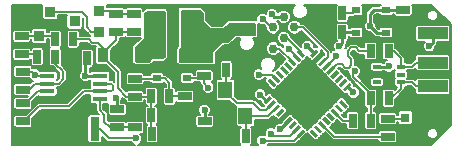
<source format=gtl>
G04 (created by PCBNEW (2013-07-07 BZR 4022)-stable) date 15/02/2015 15:21:00*
%MOIN*%
G04 Gerber Fmt 3.4, Leading zero omitted, Abs format*
%FSLAX34Y34*%
G01*
G70*
G90*
G04 APERTURE LIST*
%ADD10C,0.00590551*%
%ADD11R,0.036X0.036*%
%ADD12R,0.03X0.02*%
%ADD13R,0.055X0.035*%
%ADD14R,0.045X0.025*%
%ADD15R,0.025X0.045*%
%ADD16R,0.026X0.016*%
%ADD17R,0.0984252X0.0393701*%
%ADD18C,0.03*%
%ADD19R,0.05X0.1*%
%ADD20R,0.05X0.016*%
%ADD21R,0.0472441X0.0551181*%
%ADD22R,0.0358268X0.0480315*%
%ADD23R,0.0314X0.0314*%
%ADD24C,0.024*%
%ADD25R,0.0314961X0.0787402*%
%ADD26C,0.023622*%
%ADD27C,0.01*%
%ADD28C,0.00598425*%
G04 APERTURE END LIST*
G54D10*
G54D11*
X30321Y-16027D03*
X30321Y-16727D03*
X29521Y-16377D03*
X27996Y-16056D03*
X28696Y-16056D03*
X28346Y-16856D03*
G54D12*
X32275Y-17518D03*
X32275Y-18268D03*
X33275Y-17518D03*
X32275Y-17893D03*
X33275Y-18268D03*
X39909Y-16752D03*
X39909Y-16002D03*
X38909Y-16752D03*
X39909Y-16377D03*
X38909Y-16002D03*
G54D13*
X34291Y-16081D03*
X34291Y-16831D03*
G54D14*
X27755Y-16865D03*
X27755Y-17465D03*
G54D15*
X38449Y-16732D03*
X37849Y-16732D03*
X38449Y-16102D03*
X37849Y-16102D03*
G54D14*
X40472Y-15999D03*
X40472Y-16599D03*
G54D15*
X38794Y-19685D03*
X39394Y-19685D03*
X39385Y-18937D03*
X39985Y-18937D03*
X39385Y-17362D03*
X39985Y-17362D03*
G54D14*
X30905Y-16117D03*
X30905Y-16717D03*
G54D15*
X32101Y-20118D03*
X32701Y-20118D03*
X28873Y-16968D03*
X29473Y-16968D03*
X32081Y-19507D03*
X32681Y-19507D03*
X32681Y-18877D03*
X32081Y-18877D03*
G54D14*
X33188Y-19473D03*
X33188Y-18873D03*
X31535Y-18282D03*
X31535Y-18882D03*
X34960Y-15999D03*
X34960Y-16599D03*
X33838Y-18193D03*
X33838Y-17593D03*
G54D16*
X39600Y-17889D03*
X39600Y-18409D03*
X39600Y-18149D03*
X40400Y-18409D03*
X40400Y-17889D03*
X40400Y-18149D03*
G54D10*
G36*
X35808Y-19057D02*
X36016Y-18849D01*
X36100Y-18932D01*
X35891Y-19141D01*
X35808Y-19057D01*
X35808Y-19057D01*
G37*
G36*
X35947Y-19197D02*
X36155Y-18988D01*
X36239Y-19071D01*
X36030Y-19280D01*
X35947Y-19197D01*
X35947Y-19197D01*
G37*
G36*
X36086Y-19336D02*
X36295Y-19127D01*
X36378Y-19211D01*
X36169Y-19419D01*
X36086Y-19336D01*
X36086Y-19336D01*
G37*
G36*
X36225Y-19475D02*
X36434Y-19266D01*
X36517Y-19350D01*
X36309Y-19559D01*
X36225Y-19475D01*
X36225Y-19475D01*
G37*
G36*
X36364Y-19614D02*
X36573Y-19405D01*
X36657Y-19489D01*
X36448Y-19698D01*
X36364Y-19614D01*
X36364Y-19614D01*
G37*
G36*
X36503Y-19753D02*
X36712Y-19545D01*
X36796Y-19628D01*
X36587Y-19837D01*
X36503Y-19753D01*
X36503Y-19753D01*
G37*
G36*
X36643Y-19893D02*
X36851Y-19684D01*
X36935Y-19767D01*
X36726Y-19976D01*
X36643Y-19893D01*
X36643Y-19893D01*
G37*
G36*
X36782Y-20032D02*
X36991Y-19823D01*
X37074Y-19907D01*
X36865Y-20115D01*
X36782Y-20032D01*
X36782Y-20032D01*
G37*
G36*
X36921Y-20171D02*
X37130Y-19962D01*
X37213Y-20046D01*
X37005Y-20254D01*
X36921Y-20171D01*
X36921Y-20171D01*
G37*
G36*
X37353Y-20046D02*
X37436Y-19962D01*
X37645Y-20171D01*
X37561Y-20254D01*
X37353Y-20046D01*
X37353Y-20046D01*
G37*
G36*
X37492Y-19907D02*
X37575Y-19823D01*
X37784Y-20032D01*
X37701Y-20115D01*
X37492Y-19907D01*
X37492Y-19907D01*
G37*
G36*
X37631Y-19767D02*
X37714Y-19684D01*
X37923Y-19893D01*
X37840Y-19976D01*
X37631Y-19767D01*
X37631Y-19767D01*
G37*
G36*
X37770Y-19628D02*
X37854Y-19545D01*
X38062Y-19753D01*
X37979Y-19837D01*
X37770Y-19628D01*
X37770Y-19628D01*
G37*
G36*
X37909Y-19489D02*
X37993Y-19405D01*
X38202Y-19614D01*
X38118Y-19698D01*
X37909Y-19489D01*
X37909Y-19489D01*
G37*
G36*
X38049Y-19350D02*
X38132Y-19266D01*
X38341Y-19475D01*
X38257Y-19559D01*
X38049Y-19350D01*
X38049Y-19350D01*
G37*
G36*
X38188Y-19211D02*
X38271Y-19127D01*
X38480Y-19336D01*
X38397Y-19419D01*
X38188Y-19211D01*
X38188Y-19211D01*
G37*
G36*
X38327Y-19071D02*
X38410Y-18988D01*
X38619Y-19197D01*
X38536Y-19280D01*
X38327Y-19071D01*
X38327Y-19071D01*
G37*
G36*
X38466Y-18932D02*
X38550Y-18849D01*
X38758Y-19057D01*
X38675Y-19141D01*
X38466Y-18932D01*
X38466Y-18932D01*
G37*
G36*
X38466Y-18626D02*
X38675Y-18417D01*
X38758Y-18501D01*
X38550Y-18709D01*
X38466Y-18626D01*
X38466Y-18626D01*
G37*
G36*
X38327Y-18487D02*
X38536Y-18278D01*
X38619Y-18361D01*
X38410Y-18570D01*
X38327Y-18487D01*
X38327Y-18487D01*
G37*
G36*
X38188Y-18348D02*
X38397Y-18139D01*
X38480Y-18222D01*
X38271Y-18431D01*
X38188Y-18348D01*
X38188Y-18348D01*
G37*
G36*
X38049Y-18208D02*
X38257Y-18000D01*
X38341Y-18083D01*
X38132Y-18292D01*
X38049Y-18208D01*
X38049Y-18208D01*
G37*
G36*
X37909Y-18069D02*
X38118Y-17860D01*
X38202Y-17944D01*
X37993Y-18153D01*
X37909Y-18069D01*
X37909Y-18069D01*
G37*
G36*
X37770Y-17930D02*
X37979Y-17721D01*
X38062Y-17805D01*
X37854Y-18013D01*
X37770Y-17930D01*
X37770Y-17930D01*
G37*
G36*
X37631Y-17791D02*
X37840Y-17582D01*
X37923Y-17665D01*
X37714Y-17874D01*
X37631Y-17791D01*
X37631Y-17791D01*
G37*
G36*
X37492Y-17652D02*
X37701Y-17443D01*
X37784Y-17526D01*
X37575Y-17735D01*
X37492Y-17652D01*
X37492Y-17652D01*
G37*
G36*
X37353Y-17512D02*
X37561Y-17304D01*
X37645Y-17387D01*
X37436Y-17596D01*
X37353Y-17512D01*
X37353Y-17512D01*
G37*
G36*
X36921Y-17387D02*
X37005Y-17304D01*
X37213Y-17512D01*
X37130Y-17596D01*
X36921Y-17387D01*
X36921Y-17387D01*
G37*
G36*
X36782Y-17526D02*
X36865Y-17443D01*
X37074Y-17652D01*
X36991Y-17735D01*
X36782Y-17526D01*
X36782Y-17526D01*
G37*
G36*
X36643Y-17665D02*
X36726Y-17582D01*
X36935Y-17791D01*
X36851Y-17874D01*
X36643Y-17665D01*
X36643Y-17665D01*
G37*
G36*
X36503Y-17805D02*
X36587Y-17721D01*
X36796Y-17930D01*
X36712Y-18013D01*
X36503Y-17805D01*
X36503Y-17805D01*
G37*
G36*
X36364Y-17944D02*
X36448Y-17860D01*
X36657Y-18069D01*
X36573Y-18153D01*
X36364Y-17944D01*
X36364Y-17944D01*
G37*
G36*
X36225Y-18083D02*
X36309Y-18000D01*
X36517Y-18208D01*
X36434Y-18292D01*
X36225Y-18083D01*
X36225Y-18083D01*
G37*
G36*
X36086Y-18222D02*
X36169Y-18139D01*
X36378Y-18348D01*
X36295Y-18431D01*
X36086Y-18222D01*
X36086Y-18222D01*
G37*
G36*
X35947Y-18361D02*
X36030Y-18278D01*
X36239Y-18487D01*
X36155Y-18570D01*
X35947Y-18361D01*
X35947Y-18361D01*
G37*
G36*
X35808Y-18501D02*
X35891Y-18417D01*
X36100Y-18626D01*
X36016Y-18709D01*
X35808Y-18501D01*
X35808Y-18501D01*
G37*
G36*
X36197Y-18779D02*
X37283Y-17693D01*
X38369Y-18779D01*
X37283Y-19865D01*
X36197Y-18779D01*
X36197Y-18779D01*
G37*
G54D17*
X41456Y-17755D03*
X41456Y-16771D03*
X41456Y-18543D03*
X41456Y-19527D03*
G54D18*
X36496Y-16222D03*
X36849Y-16575D03*
X36142Y-16575D03*
X36496Y-16929D03*
X35788Y-16929D03*
X36142Y-17282D03*
G54D19*
X33375Y-16594D03*
X32175Y-16594D03*
G54D14*
X30944Y-19906D03*
X30944Y-19306D03*
X31535Y-19306D03*
X31535Y-19906D03*
G54D15*
X28882Y-17559D03*
X28282Y-17559D03*
G54D14*
X27795Y-18646D03*
X27795Y-18046D03*
X27795Y-19109D03*
X27795Y-19709D03*
G54D15*
X35181Y-17992D03*
X34581Y-17992D03*
G54D14*
X31496Y-16717D03*
X31496Y-16117D03*
G54D20*
X28613Y-18197D03*
X28613Y-18452D03*
X28613Y-18712D03*
X28613Y-18967D03*
X30363Y-18967D03*
X30363Y-18712D03*
X30363Y-18452D03*
X30363Y-18197D03*
G54D21*
X35216Y-19527D03*
X35216Y-18661D03*
X34547Y-18661D03*
X34547Y-19527D03*
G54D15*
X35221Y-20196D03*
X34621Y-20196D03*
G54D22*
X30478Y-17500D03*
X31765Y-17500D03*
G54D14*
X39960Y-19621D03*
X39960Y-20221D03*
G54D23*
X40551Y-19586D03*
X40551Y-20176D03*
G54D15*
X29945Y-17598D03*
X29345Y-17598D03*
G54D14*
X33858Y-19700D03*
X33858Y-20300D03*
G54D24*
X34842Y-17322D03*
X35826Y-19881D03*
X40551Y-19094D03*
G54D25*
X28543Y-19960D03*
X30196Y-19960D03*
G54D24*
X32795Y-17913D03*
X27874Y-20157D03*
X29094Y-19960D03*
X29645Y-19960D03*
X29488Y-18582D03*
X29488Y-18149D03*
X29173Y-18897D03*
X31141Y-17519D03*
X31220Y-17125D03*
X31181Y-17913D03*
X34015Y-18937D03*
X33188Y-19960D03*
X41181Y-19094D03*
X41023Y-20118D03*
X29055Y-16456D03*
X37283Y-18779D03*
X36889Y-19173D03*
X37677Y-19173D03*
X37677Y-18385D03*
X36889Y-18385D03*
X37283Y-17992D03*
X37283Y-19566D03*
X38070Y-18779D03*
X36496Y-18779D03*
X29527Y-19370D03*
X38385Y-20000D03*
X40433Y-17007D03*
X41023Y-16181D03*
G54D26*
X30905Y-18937D03*
X33858Y-19330D03*
X29881Y-18188D03*
X37283Y-17204D03*
X36102Y-16141D03*
X38346Y-17204D03*
X38818Y-18740D03*
X35708Y-18818D03*
X36377Y-19960D03*
X35433Y-16574D03*
X39370Y-16535D03*
X41338Y-17204D03*
X40000Y-17874D03*
X36062Y-20118D03*
X28188Y-18149D03*
X38228Y-17519D03*
X38858Y-18031D03*
X35669Y-18149D03*
X33976Y-18582D03*
X35787Y-16299D03*
X36653Y-17283D03*
X39251Y-18149D03*
X31574Y-20275D03*
X35787Y-20354D03*
G54D27*
X30944Y-19306D02*
X30944Y-18976D01*
X30944Y-18976D02*
X30905Y-18937D01*
X33858Y-19700D02*
X33858Y-19330D01*
X29881Y-18188D02*
X29881Y-17662D01*
X29890Y-18197D02*
X29881Y-18188D01*
X30363Y-18197D02*
X29890Y-18197D01*
X29881Y-17662D02*
X29945Y-17598D01*
X37499Y-17420D02*
X37283Y-17204D01*
X37499Y-17450D02*
X37499Y-17420D01*
X36182Y-16222D02*
X36496Y-16222D01*
X36102Y-16141D02*
X36182Y-16222D01*
X38449Y-16732D02*
X38449Y-17101D01*
X38449Y-17101D02*
X38346Y-17204D01*
X38612Y-18563D02*
X38642Y-18563D01*
X38642Y-18563D02*
X38818Y-18740D01*
X35954Y-18995D02*
X35885Y-18995D01*
X35885Y-18995D02*
X35708Y-18818D01*
X36650Y-19691D02*
X36647Y-19691D01*
X36647Y-19691D02*
X36377Y-19960D01*
X38449Y-16732D02*
X38888Y-16732D01*
X38888Y-16732D02*
X38909Y-16752D01*
X35433Y-16574D02*
X35408Y-16599D01*
X34960Y-16599D02*
X35408Y-16599D01*
X39909Y-16002D02*
X39508Y-16002D01*
X39508Y-16002D02*
X39370Y-16141D01*
X39370Y-16141D02*
X39370Y-16535D01*
X39587Y-16752D02*
X39909Y-16752D01*
X39370Y-16535D02*
X39587Y-16752D01*
X40472Y-15999D02*
X39913Y-15999D01*
X39913Y-15999D02*
X39909Y-16002D01*
X39600Y-17889D02*
X39984Y-17889D01*
X41456Y-17086D02*
X41456Y-16771D01*
X41338Y-17204D02*
X41456Y-17086D01*
X39984Y-17889D02*
X40000Y-17874D01*
G54D28*
X36701Y-20196D02*
X36928Y-19969D01*
X36141Y-20196D02*
X36701Y-20196D01*
X36062Y-20118D02*
X36141Y-20196D01*
X27795Y-18046D02*
X28085Y-18046D01*
X28237Y-18197D02*
X28613Y-18197D01*
X28085Y-18046D02*
X28188Y-18149D01*
X28188Y-18149D02*
X28237Y-18197D01*
X38055Y-18006D02*
X38267Y-17795D01*
X39015Y-17362D02*
X39385Y-17362D01*
X38897Y-17244D02*
X39015Y-17362D01*
X38740Y-17244D02*
X38897Y-17244D01*
X38622Y-17362D02*
X38740Y-17244D01*
X38622Y-17519D02*
X38622Y-17362D01*
X38740Y-17637D02*
X38622Y-17519D01*
X38740Y-17834D02*
X38740Y-17637D01*
X38661Y-17913D02*
X38740Y-17834D01*
X38543Y-17913D02*
X38661Y-17913D01*
X38425Y-17795D02*
X38543Y-17913D01*
X38267Y-17795D02*
X38425Y-17795D01*
X39133Y-18543D02*
X38818Y-18228D01*
X37919Y-17867D02*
X38228Y-17559D01*
X38228Y-17559D02*
X38228Y-17519D01*
X39133Y-18543D02*
X39385Y-18794D01*
X39385Y-18937D02*
X39385Y-18794D01*
X37919Y-17867D02*
X37916Y-17867D01*
X38818Y-18070D02*
X38858Y-18031D01*
X38818Y-18228D02*
X38818Y-18070D01*
X39394Y-19685D02*
X39394Y-18946D01*
X39394Y-18946D02*
X39385Y-18937D01*
X29473Y-16968D02*
X30000Y-16968D01*
X30478Y-17250D02*
X30478Y-17500D01*
X30314Y-17086D02*
X30478Y-17250D01*
X30118Y-17086D02*
X30314Y-17086D01*
X30000Y-16968D02*
X30118Y-17086D01*
X31496Y-16717D02*
X30905Y-16717D01*
X30478Y-17500D02*
X30478Y-17435D01*
X30905Y-17007D02*
X30905Y-16717D01*
X30478Y-17435D02*
X30905Y-17007D01*
X32081Y-19507D02*
X32081Y-20098D01*
X32081Y-20098D02*
X32101Y-20118D01*
X31535Y-18882D02*
X31244Y-18882D01*
X31244Y-18882D02*
X30969Y-18607D01*
X30478Y-17500D02*
X30478Y-17564D01*
X30478Y-17564D02*
X30969Y-18055D01*
X30969Y-18055D02*
X30969Y-18607D01*
X32081Y-19507D02*
X32081Y-18877D01*
X31535Y-18882D02*
X32077Y-18882D01*
X32077Y-18882D02*
X32081Y-18877D01*
X33838Y-18193D02*
X33838Y-18444D01*
X36232Y-18279D02*
X36232Y-18285D01*
X36102Y-18149D02*
X36232Y-18279D01*
X36023Y-18149D02*
X36102Y-18149D01*
X35669Y-18149D02*
X36023Y-18149D01*
X33838Y-18444D02*
X33976Y-18582D01*
X33275Y-18268D02*
X33763Y-18268D01*
X33763Y-18268D02*
X33838Y-18193D01*
X36496Y-16929D02*
X36614Y-16929D01*
X37067Y-17382D02*
X37067Y-17450D01*
X36614Y-16929D02*
X37067Y-17382D01*
X36928Y-17589D02*
X36928Y-17558D01*
X36063Y-16575D02*
X36142Y-16575D01*
X35787Y-16299D02*
X36063Y-16575D01*
X36928Y-17558D02*
X36653Y-17283D01*
X36142Y-17282D02*
X36343Y-17282D01*
X36343Y-17282D02*
X36789Y-17728D01*
X36849Y-16575D02*
X37126Y-16575D01*
X37952Y-17553D02*
X37777Y-17728D01*
X37952Y-17401D02*
X37952Y-17553D01*
X37126Y-16575D02*
X37952Y-17401D01*
X38195Y-19412D02*
X38195Y-19415D01*
X38464Y-19685D02*
X38794Y-19685D01*
X38195Y-19415D02*
X38464Y-19685D01*
X27795Y-19709D02*
X27849Y-19709D01*
X29830Y-18712D02*
X30363Y-18712D01*
X29330Y-19212D02*
X29830Y-18712D01*
X28346Y-19212D02*
X29330Y-19212D01*
X27849Y-19709D02*
X28346Y-19212D01*
X30363Y-18452D02*
X30736Y-18452D01*
X30736Y-18712D02*
X30363Y-18712D01*
X30787Y-18661D02*
X30736Y-18712D01*
X30787Y-18503D02*
X30787Y-18661D01*
X30736Y-18452D02*
X30787Y-18503D01*
X39600Y-18149D02*
X39251Y-18149D01*
X39960Y-19621D02*
X40516Y-19621D01*
X40516Y-19621D02*
X40551Y-19586D01*
X37777Y-19830D02*
X37783Y-19830D01*
X38174Y-20221D02*
X39960Y-20221D01*
X37783Y-19830D02*
X38174Y-20221D01*
X30354Y-19960D02*
X30669Y-20275D01*
X30669Y-20275D02*
X31574Y-20275D01*
X30196Y-19960D02*
X30354Y-19960D01*
X36850Y-20354D02*
X37067Y-20137D01*
X36771Y-20354D02*
X36850Y-20354D01*
X35787Y-20354D02*
X36771Y-20354D01*
X37067Y-20137D02*
X37067Y-20108D01*
X37067Y-20137D02*
X37067Y-20108D01*
X34581Y-17992D02*
X34581Y-18626D01*
X34581Y-18626D02*
X34547Y-18661D01*
X34547Y-18661D02*
X34547Y-18720D01*
X35897Y-19330D02*
X36093Y-19134D01*
X35708Y-19330D02*
X35897Y-19330D01*
X35472Y-19094D02*
X35708Y-19330D01*
X34921Y-19094D02*
X35472Y-19094D01*
X34547Y-18720D02*
X34921Y-19094D01*
X27795Y-19109D02*
X27898Y-19109D01*
X28295Y-18712D02*
X28613Y-18712D01*
X27898Y-19109D02*
X28295Y-18712D01*
X28696Y-16056D02*
X29757Y-16056D01*
X30074Y-16727D02*
X30321Y-16727D01*
X29921Y-16574D02*
X30074Y-16727D01*
X29921Y-16220D02*
X29921Y-16574D01*
X29757Y-16056D02*
X29921Y-16220D01*
X28346Y-16856D02*
X28761Y-16856D01*
X28761Y-16856D02*
X28873Y-16968D01*
X28346Y-16856D02*
X27764Y-16856D01*
X27764Y-16856D02*
X27755Y-16865D01*
X33188Y-18873D02*
X32686Y-18873D01*
X32686Y-18873D02*
X32681Y-18877D01*
X32275Y-18268D02*
X32520Y-18268D01*
X32681Y-18429D02*
X32681Y-18877D01*
X32520Y-18268D02*
X32681Y-18429D01*
X31535Y-18282D02*
X32261Y-18282D01*
X32261Y-18282D02*
X32275Y-18268D01*
X27795Y-18646D02*
X28007Y-18646D01*
X28200Y-18452D02*
X28613Y-18452D01*
X28007Y-18646D02*
X28200Y-18452D01*
X28882Y-17559D02*
X28882Y-17780D01*
X28988Y-18452D02*
X28613Y-18452D01*
X29133Y-18307D02*
X28988Y-18452D01*
X29133Y-18031D02*
X29133Y-18307D01*
X28882Y-17780D02*
X29133Y-18031D01*
X38449Y-16102D02*
X38810Y-16102D01*
X38810Y-16102D02*
X38909Y-16002D01*
X39985Y-18937D02*
X40078Y-18937D01*
X40400Y-18615D02*
X40400Y-18409D01*
X40078Y-18937D02*
X40400Y-18615D01*
X41456Y-18543D02*
X40905Y-18543D01*
X40771Y-18409D02*
X40400Y-18409D01*
X40905Y-18543D02*
X40771Y-18409D01*
X39985Y-17362D02*
X40157Y-17362D01*
X40400Y-17604D02*
X40400Y-17889D01*
X40157Y-17362D02*
X40400Y-17604D01*
X41456Y-17755D02*
X40905Y-17755D01*
X40771Y-17889D02*
X40400Y-17889D01*
X40905Y-17755D02*
X40771Y-17889D01*
X27755Y-17465D02*
X28188Y-17465D01*
X28188Y-17465D02*
X28282Y-17559D01*
X30363Y-18967D02*
X30363Y-19339D01*
X30693Y-19906D02*
X30944Y-19906D01*
X30511Y-19724D02*
X30693Y-19906D01*
X30511Y-19488D02*
X30511Y-19724D01*
X30363Y-19339D02*
X30511Y-19488D01*
X30944Y-19906D02*
X31535Y-19906D01*
X31496Y-16117D02*
X30905Y-16117D01*
X30321Y-16027D02*
X30816Y-16027D01*
X30816Y-16027D02*
X30905Y-16117D01*
X35221Y-20196D02*
X35221Y-19532D01*
X35221Y-19532D02*
X35216Y-19527D01*
X35216Y-19527D02*
X35978Y-19527D01*
X35978Y-19527D02*
X36232Y-19273D01*
G54D10*
G36*
X35521Y-16820D02*
X35236Y-16820D01*
X34869Y-16820D01*
X34633Y-17056D01*
X34436Y-17056D01*
X34103Y-17389D01*
X34103Y-17725D01*
X33070Y-17725D01*
X33043Y-17725D01*
X33022Y-17704D01*
X33022Y-17335D01*
X33100Y-17256D01*
X33100Y-16014D01*
X33688Y-16014D01*
X33788Y-16114D01*
X33788Y-16390D01*
X34042Y-16644D01*
X34500Y-16644D01*
X34697Y-16447D01*
X35521Y-16447D01*
X35521Y-16820D01*
X35521Y-16820D01*
G37*
G54D28*
X35521Y-16820D02*
X35236Y-16820D01*
X34869Y-16820D01*
X34633Y-17056D01*
X34436Y-17056D01*
X34103Y-17389D01*
X34103Y-17725D01*
X33070Y-17725D01*
X33043Y-17725D01*
X33022Y-17704D01*
X33022Y-17335D01*
X33100Y-17256D01*
X33100Y-16014D01*
X33688Y-16014D01*
X33788Y-16114D01*
X33788Y-16390D01*
X34042Y-16644D01*
X34500Y-16644D01*
X34697Y-16447D01*
X35521Y-16447D01*
X35521Y-16820D01*
G54D10*
G36*
X32529Y-17546D02*
X32467Y-17607D01*
X32113Y-17607D01*
X31995Y-17725D01*
X31587Y-17725D01*
X31565Y-17704D01*
X31565Y-17256D01*
X31832Y-16989D01*
X31880Y-16941D01*
X31880Y-16114D01*
X31941Y-16053D01*
X32507Y-16053D01*
X32529Y-16075D01*
X32529Y-17362D01*
X32529Y-17546D01*
X32529Y-17546D01*
G37*
G54D28*
X32529Y-17546D02*
X32467Y-17607D01*
X32113Y-17607D01*
X31995Y-17725D01*
X31587Y-17725D01*
X31565Y-17704D01*
X31565Y-17256D01*
X31832Y-16989D01*
X31880Y-16941D01*
X31880Y-16114D01*
X31941Y-16053D01*
X32507Y-16053D01*
X32529Y-16075D01*
X32529Y-17362D01*
X32529Y-17546D01*
G54D10*
G36*
X31527Y-20481D02*
X27432Y-20481D01*
X27432Y-15818D01*
X28448Y-15818D01*
X28440Y-15825D01*
X28426Y-15858D01*
X28426Y-15894D01*
X28426Y-16254D01*
X28440Y-16287D01*
X28465Y-16312D01*
X28498Y-16326D01*
X28534Y-16326D01*
X28894Y-16326D01*
X28927Y-16312D01*
X28952Y-16287D01*
X28966Y-16254D01*
X28966Y-16218D01*
X28966Y-16176D01*
X29253Y-16176D01*
X29251Y-16180D01*
X29251Y-16215D01*
X29251Y-16575D01*
X29265Y-16608D01*
X29290Y-16634D01*
X29323Y-16647D01*
X29359Y-16647D01*
X29719Y-16647D01*
X29752Y-16634D01*
X29777Y-16608D01*
X29791Y-16575D01*
X29791Y-16540D01*
X29791Y-16259D01*
X29801Y-16270D01*
X29801Y-16574D01*
X29810Y-16620D01*
X29836Y-16659D01*
X29989Y-16812D01*
X29989Y-16812D01*
X30009Y-16825D01*
X30028Y-16838D01*
X30028Y-16838D01*
X30051Y-16843D01*
X30051Y-16861D01*
X30045Y-16857D01*
X30000Y-16848D01*
X29688Y-16848D01*
X29688Y-16725D01*
X29674Y-16692D01*
X29649Y-16667D01*
X29616Y-16653D01*
X29580Y-16653D01*
X29330Y-16653D01*
X29297Y-16667D01*
X29272Y-16692D01*
X29258Y-16725D01*
X29258Y-16761D01*
X29258Y-17211D01*
X29272Y-17244D01*
X29297Y-17269D01*
X29330Y-17283D01*
X29366Y-17283D01*
X29616Y-17283D01*
X29649Y-17269D01*
X29674Y-17244D01*
X29687Y-17211D01*
X29688Y-17175D01*
X29688Y-17088D01*
X29950Y-17088D01*
X30033Y-17171D01*
X30033Y-17171D01*
X30052Y-17184D01*
X30072Y-17197D01*
X30072Y-17197D01*
X30118Y-17206D01*
X30225Y-17206D01*
X30223Y-17208D01*
X30209Y-17241D01*
X30209Y-17277D01*
X30209Y-17757D01*
X30223Y-17790D01*
X30248Y-17816D01*
X30281Y-17829D01*
X30316Y-17829D01*
X30574Y-17829D01*
X30849Y-18105D01*
X30849Y-18396D01*
X30820Y-18368D01*
X30781Y-18342D01*
X30736Y-18332D01*
X30693Y-18332D01*
X30690Y-18325D01*
X30702Y-18295D01*
X30702Y-18259D01*
X30702Y-18099D01*
X30689Y-18066D01*
X30664Y-18041D01*
X30631Y-18027D01*
X30595Y-18027D01*
X30095Y-18027D01*
X30062Y-18041D01*
X30046Y-18057D01*
X30044Y-18057D01*
X30021Y-18034D01*
X30021Y-17913D01*
X30088Y-17913D01*
X30121Y-17899D01*
X30146Y-17874D01*
X30160Y-17841D01*
X30160Y-17805D01*
X30160Y-17355D01*
X30146Y-17322D01*
X30121Y-17297D01*
X30088Y-17283D01*
X30052Y-17283D01*
X29802Y-17283D01*
X29769Y-17297D01*
X29744Y-17322D01*
X29730Y-17355D01*
X29730Y-17391D01*
X29730Y-17841D01*
X29742Y-17868D01*
X29742Y-18034D01*
X29705Y-18071D01*
X29674Y-18147D01*
X29673Y-18230D01*
X29705Y-18306D01*
X29763Y-18365D01*
X29840Y-18396D01*
X29923Y-18396D01*
X29999Y-18365D01*
X30027Y-18337D01*
X30030Y-18337D01*
X30023Y-18354D01*
X30023Y-18390D01*
X30023Y-18550D01*
X30036Y-18582D01*
X30032Y-18592D01*
X29830Y-18592D01*
X29784Y-18602D01*
X29745Y-18628D01*
X29281Y-19092D01*
X29253Y-19092D01*
X29253Y-18307D01*
X29253Y-18031D01*
X29244Y-17985D01*
X29218Y-17946D01*
X29218Y-17946D01*
X29090Y-17818D01*
X29097Y-17801D01*
X29097Y-17766D01*
X29097Y-17316D01*
X29083Y-17283D01*
X29059Y-17259D01*
X29074Y-17244D01*
X29087Y-17211D01*
X29088Y-17175D01*
X29088Y-16725D01*
X29074Y-16692D01*
X29049Y-16667D01*
X29016Y-16653D01*
X28980Y-16653D01*
X28730Y-16653D01*
X28697Y-16667D01*
X28672Y-16692D01*
X28658Y-16725D01*
X28658Y-16737D01*
X28616Y-16737D01*
X28616Y-16658D01*
X28602Y-16625D01*
X28577Y-16600D01*
X28544Y-16586D01*
X28508Y-16586D01*
X28148Y-16586D01*
X28115Y-16600D01*
X28090Y-16625D01*
X28076Y-16658D01*
X28076Y-16694D01*
X28076Y-16737D01*
X28070Y-16737D01*
X28070Y-16722D01*
X28057Y-16689D01*
X28031Y-16664D01*
X27998Y-16650D01*
X27963Y-16650D01*
X27513Y-16650D01*
X27480Y-16664D01*
X27454Y-16689D01*
X27441Y-16722D01*
X27441Y-16758D01*
X27441Y-17008D01*
X27454Y-17041D01*
X27479Y-17066D01*
X27512Y-17080D01*
X27548Y-17080D01*
X27998Y-17080D01*
X28031Y-17066D01*
X28056Y-17041D01*
X28070Y-17008D01*
X28070Y-16976D01*
X28076Y-16976D01*
X28076Y-17054D01*
X28090Y-17087D01*
X28115Y-17112D01*
X28148Y-17126D01*
X28184Y-17126D01*
X28544Y-17126D01*
X28577Y-17112D01*
X28602Y-17087D01*
X28616Y-17054D01*
X28616Y-17018D01*
X28616Y-16976D01*
X28658Y-16976D01*
X28658Y-17211D01*
X28672Y-17244D01*
X28696Y-17268D01*
X28681Y-17283D01*
X28667Y-17316D01*
X28667Y-17351D01*
X28667Y-17801D01*
X28681Y-17834D01*
X28706Y-17860D01*
X28739Y-17873D01*
X28775Y-17873D01*
X28806Y-17873D01*
X29014Y-18081D01*
X29014Y-18257D01*
X28942Y-18329D01*
X28940Y-18325D01*
X28952Y-18295D01*
X28952Y-18259D01*
X28952Y-18099D01*
X28939Y-18066D01*
X28914Y-18041D01*
X28881Y-18027D01*
X28845Y-18027D01*
X28497Y-18027D01*
X28497Y-17766D01*
X28497Y-17316D01*
X28483Y-17283D01*
X28458Y-17258D01*
X28425Y-17244D01*
X28389Y-17244D01*
X28139Y-17244D01*
X28106Y-17257D01*
X28081Y-17283D01*
X28067Y-17316D01*
X28057Y-17289D01*
X28031Y-17264D01*
X27998Y-17250D01*
X27963Y-17250D01*
X27513Y-17250D01*
X27480Y-17264D01*
X27454Y-17289D01*
X27441Y-17322D01*
X27441Y-17358D01*
X27441Y-17608D01*
X27454Y-17641D01*
X27479Y-17666D01*
X27512Y-17680D01*
X27548Y-17680D01*
X27998Y-17680D01*
X28031Y-17666D01*
X28056Y-17641D01*
X28067Y-17614D01*
X28067Y-17801D01*
X28081Y-17834D01*
X28106Y-17860D01*
X28139Y-17873D01*
X28175Y-17873D01*
X28425Y-17873D01*
X28458Y-17860D01*
X28483Y-17834D01*
X28497Y-17801D01*
X28497Y-17766D01*
X28497Y-18027D01*
X28361Y-18027D01*
X28306Y-17973D01*
X28230Y-17941D01*
X28147Y-17941D01*
X28143Y-17943D01*
X28131Y-17935D01*
X28110Y-17931D01*
X28110Y-17903D01*
X28096Y-17870D01*
X28071Y-17845D01*
X28038Y-17831D01*
X28002Y-17831D01*
X27552Y-17831D01*
X27519Y-17845D01*
X27494Y-17870D01*
X27480Y-17903D01*
X27480Y-17939D01*
X27480Y-18189D01*
X27494Y-18222D01*
X27519Y-18247D01*
X27552Y-18261D01*
X27588Y-18261D01*
X28010Y-18261D01*
X28012Y-18267D01*
X28071Y-18325D01*
X28137Y-18353D01*
X28116Y-18368D01*
X28048Y-18435D01*
X28038Y-18431D01*
X28002Y-18431D01*
X27552Y-18431D01*
X27519Y-18445D01*
X27494Y-18470D01*
X27480Y-18503D01*
X27480Y-18539D01*
X27480Y-18789D01*
X27494Y-18822D01*
X27519Y-18847D01*
X27552Y-18861D01*
X27588Y-18861D01*
X27977Y-18861D01*
X27943Y-18894D01*
X27552Y-18894D01*
X27519Y-18908D01*
X27494Y-18933D01*
X27480Y-18966D01*
X27480Y-19002D01*
X27480Y-19252D01*
X27494Y-19285D01*
X27519Y-19310D01*
X27552Y-19324D01*
X27588Y-19324D01*
X28038Y-19324D01*
X28071Y-19310D01*
X28096Y-19285D01*
X28110Y-19252D01*
X28110Y-19216D01*
X28110Y-19067D01*
X28310Y-18866D01*
X28312Y-18868D01*
X28345Y-18882D01*
X28380Y-18882D01*
X28880Y-18882D01*
X28913Y-18868D01*
X28939Y-18843D01*
X28952Y-18810D01*
X28952Y-18774D01*
X28952Y-18614D01*
X28939Y-18582D01*
X28943Y-18572D01*
X28988Y-18572D01*
X28988Y-18572D01*
X29034Y-18563D01*
X29034Y-18563D01*
X29072Y-18537D01*
X29218Y-18391D01*
X29218Y-18391D01*
X29231Y-18372D01*
X29244Y-18352D01*
X29244Y-18352D01*
X29253Y-18307D01*
X29253Y-18307D01*
X29253Y-19092D01*
X28346Y-19092D01*
X28300Y-19102D01*
X28261Y-19127D01*
X27895Y-19494D01*
X27552Y-19494D01*
X27519Y-19508D01*
X27494Y-19533D01*
X27480Y-19566D01*
X27480Y-19602D01*
X27480Y-19852D01*
X27494Y-19885D01*
X27519Y-19910D01*
X27552Y-19924D01*
X27588Y-19924D01*
X28038Y-19924D01*
X28071Y-19910D01*
X28096Y-19885D01*
X28110Y-19852D01*
X28110Y-19816D01*
X28110Y-19618D01*
X28396Y-19332D01*
X29330Y-19332D01*
X29330Y-19332D01*
X29376Y-19323D01*
X29376Y-19323D01*
X29415Y-19297D01*
X29880Y-18832D01*
X30032Y-18832D01*
X30035Y-18840D01*
X30023Y-18869D01*
X30023Y-18905D01*
X30023Y-19065D01*
X30037Y-19098D01*
X30062Y-19123D01*
X30095Y-19137D01*
X30130Y-19137D01*
X30243Y-19137D01*
X30243Y-19339D01*
X30252Y-19385D01*
X30278Y-19424D01*
X30331Y-19477D01*
X30021Y-19477D01*
X29988Y-19490D01*
X29963Y-19516D01*
X29949Y-19548D01*
X29949Y-19584D01*
X29949Y-20372D01*
X29963Y-20405D01*
X29988Y-20430D01*
X30021Y-20444D01*
X30057Y-20444D01*
X30372Y-20444D01*
X30405Y-20430D01*
X30430Y-20405D01*
X30444Y-20372D01*
X30444Y-20336D01*
X30444Y-20219D01*
X30584Y-20360D01*
X30584Y-20360D01*
X30623Y-20386D01*
X30669Y-20395D01*
X30669Y-20395D01*
X31400Y-20395D01*
X31456Y-20451D01*
X31527Y-20481D01*
X31527Y-20481D01*
G37*
G54D28*
X31527Y-20481D02*
X27432Y-20481D01*
X27432Y-15818D01*
X28448Y-15818D01*
X28440Y-15825D01*
X28426Y-15858D01*
X28426Y-15894D01*
X28426Y-16254D01*
X28440Y-16287D01*
X28465Y-16312D01*
X28498Y-16326D01*
X28534Y-16326D01*
X28894Y-16326D01*
X28927Y-16312D01*
X28952Y-16287D01*
X28966Y-16254D01*
X28966Y-16218D01*
X28966Y-16176D01*
X29253Y-16176D01*
X29251Y-16180D01*
X29251Y-16215D01*
X29251Y-16575D01*
X29265Y-16608D01*
X29290Y-16634D01*
X29323Y-16647D01*
X29359Y-16647D01*
X29719Y-16647D01*
X29752Y-16634D01*
X29777Y-16608D01*
X29791Y-16575D01*
X29791Y-16540D01*
X29791Y-16259D01*
X29801Y-16270D01*
X29801Y-16574D01*
X29810Y-16620D01*
X29836Y-16659D01*
X29989Y-16812D01*
X29989Y-16812D01*
X30009Y-16825D01*
X30028Y-16838D01*
X30028Y-16838D01*
X30051Y-16843D01*
X30051Y-16861D01*
X30045Y-16857D01*
X30000Y-16848D01*
X29688Y-16848D01*
X29688Y-16725D01*
X29674Y-16692D01*
X29649Y-16667D01*
X29616Y-16653D01*
X29580Y-16653D01*
X29330Y-16653D01*
X29297Y-16667D01*
X29272Y-16692D01*
X29258Y-16725D01*
X29258Y-16761D01*
X29258Y-17211D01*
X29272Y-17244D01*
X29297Y-17269D01*
X29330Y-17283D01*
X29366Y-17283D01*
X29616Y-17283D01*
X29649Y-17269D01*
X29674Y-17244D01*
X29687Y-17211D01*
X29688Y-17175D01*
X29688Y-17088D01*
X29950Y-17088D01*
X30033Y-17171D01*
X30033Y-17171D01*
X30052Y-17184D01*
X30072Y-17197D01*
X30072Y-17197D01*
X30118Y-17206D01*
X30225Y-17206D01*
X30223Y-17208D01*
X30209Y-17241D01*
X30209Y-17277D01*
X30209Y-17757D01*
X30223Y-17790D01*
X30248Y-17816D01*
X30281Y-17829D01*
X30316Y-17829D01*
X30574Y-17829D01*
X30849Y-18105D01*
X30849Y-18396D01*
X30820Y-18368D01*
X30781Y-18342D01*
X30736Y-18332D01*
X30693Y-18332D01*
X30690Y-18325D01*
X30702Y-18295D01*
X30702Y-18259D01*
X30702Y-18099D01*
X30689Y-18066D01*
X30664Y-18041D01*
X30631Y-18027D01*
X30595Y-18027D01*
X30095Y-18027D01*
X30062Y-18041D01*
X30046Y-18057D01*
X30044Y-18057D01*
X30021Y-18034D01*
X30021Y-17913D01*
X30088Y-17913D01*
X30121Y-17899D01*
X30146Y-17874D01*
X30160Y-17841D01*
X30160Y-17805D01*
X30160Y-17355D01*
X30146Y-17322D01*
X30121Y-17297D01*
X30088Y-17283D01*
X30052Y-17283D01*
X29802Y-17283D01*
X29769Y-17297D01*
X29744Y-17322D01*
X29730Y-17355D01*
X29730Y-17391D01*
X29730Y-17841D01*
X29742Y-17868D01*
X29742Y-18034D01*
X29705Y-18071D01*
X29674Y-18147D01*
X29673Y-18230D01*
X29705Y-18306D01*
X29763Y-18365D01*
X29840Y-18396D01*
X29923Y-18396D01*
X29999Y-18365D01*
X30027Y-18337D01*
X30030Y-18337D01*
X30023Y-18354D01*
X30023Y-18390D01*
X30023Y-18550D01*
X30036Y-18582D01*
X30032Y-18592D01*
X29830Y-18592D01*
X29784Y-18602D01*
X29745Y-18628D01*
X29281Y-19092D01*
X29253Y-19092D01*
X29253Y-18307D01*
X29253Y-18031D01*
X29244Y-17985D01*
X29218Y-17946D01*
X29218Y-17946D01*
X29090Y-17818D01*
X29097Y-17801D01*
X29097Y-17766D01*
X29097Y-17316D01*
X29083Y-17283D01*
X29059Y-17259D01*
X29074Y-17244D01*
X29087Y-17211D01*
X29088Y-17175D01*
X29088Y-16725D01*
X29074Y-16692D01*
X29049Y-16667D01*
X29016Y-16653D01*
X28980Y-16653D01*
X28730Y-16653D01*
X28697Y-16667D01*
X28672Y-16692D01*
X28658Y-16725D01*
X28658Y-16737D01*
X28616Y-16737D01*
X28616Y-16658D01*
X28602Y-16625D01*
X28577Y-16600D01*
X28544Y-16586D01*
X28508Y-16586D01*
X28148Y-16586D01*
X28115Y-16600D01*
X28090Y-16625D01*
X28076Y-16658D01*
X28076Y-16694D01*
X28076Y-16737D01*
X28070Y-16737D01*
X28070Y-16722D01*
X28057Y-16689D01*
X28031Y-16664D01*
X27998Y-16650D01*
X27963Y-16650D01*
X27513Y-16650D01*
X27480Y-16664D01*
X27454Y-16689D01*
X27441Y-16722D01*
X27441Y-16758D01*
X27441Y-17008D01*
X27454Y-17041D01*
X27479Y-17066D01*
X27512Y-17080D01*
X27548Y-17080D01*
X27998Y-17080D01*
X28031Y-17066D01*
X28056Y-17041D01*
X28070Y-17008D01*
X28070Y-16976D01*
X28076Y-16976D01*
X28076Y-17054D01*
X28090Y-17087D01*
X28115Y-17112D01*
X28148Y-17126D01*
X28184Y-17126D01*
X28544Y-17126D01*
X28577Y-17112D01*
X28602Y-17087D01*
X28616Y-17054D01*
X28616Y-17018D01*
X28616Y-16976D01*
X28658Y-16976D01*
X28658Y-17211D01*
X28672Y-17244D01*
X28696Y-17268D01*
X28681Y-17283D01*
X28667Y-17316D01*
X28667Y-17351D01*
X28667Y-17801D01*
X28681Y-17834D01*
X28706Y-17860D01*
X28739Y-17873D01*
X28775Y-17873D01*
X28806Y-17873D01*
X29014Y-18081D01*
X29014Y-18257D01*
X28942Y-18329D01*
X28940Y-18325D01*
X28952Y-18295D01*
X28952Y-18259D01*
X28952Y-18099D01*
X28939Y-18066D01*
X28914Y-18041D01*
X28881Y-18027D01*
X28845Y-18027D01*
X28497Y-18027D01*
X28497Y-17766D01*
X28497Y-17316D01*
X28483Y-17283D01*
X28458Y-17258D01*
X28425Y-17244D01*
X28389Y-17244D01*
X28139Y-17244D01*
X28106Y-17257D01*
X28081Y-17283D01*
X28067Y-17316D01*
X28057Y-17289D01*
X28031Y-17264D01*
X27998Y-17250D01*
X27963Y-17250D01*
X27513Y-17250D01*
X27480Y-17264D01*
X27454Y-17289D01*
X27441Y-17322D01*
X27441Y-17358D01*
X27441Y-17608D01*
X27454Y-17641D01*
X27479Y-17666D01*
X27512Y-17680D01*
X27548Y-17680D01*
X27998Y-17680D01*
X28031Y-17666D01*
X28056Y-17641D01*
X28067Y-17614D01*
X28067Y-17801D01*
X28081Y-17834D01*
X28106Y-17860D01*
X28139Y-17873D01*
X28175Y-17873D01*
X28425Y-17873D01*
X28458Y-17860D01*
X28483Y-17834D01*
X28497Y-17801D01*
X28497Y-17766D01*
X28497Y-18027D01*
X28361Y-18027D01*
X28306Y-17973D01*
X28230Y-17941D01*
X28147Y-17941D01*
X28143Y-17943D01*
X28131Y-17935D01*
X28110Y-17931D01*
X28110Y-17903D01*
X28096Y-17870D01*
X28071Y-17845D01*
X28038Y-17831D01*
X28002Y-17831D01*
X27552Y-17831D01*
X27519Y-17845D01*
X27494Y-17870D01*
X27480Y-17903D01*
X27480Y-17939D01*
X27480Y-18189D01*
X27494Y-18222D01*
X27519Y-18247D01*
X27552Y-18261D01*
X27588Y-18261D01*
X28010Y-18261D01*
X28012Y-18267D01*
X28071Y-18325D01*
X28137Y-18353D01*
X28116Y-18368D01*
X28048Y-18435D01*
X28038Y-18431D01*
X28002Y-18431D01*
X27552Y-18431D01*
X27519Y-18445D01*
X27494Y-18470D01*
X27480Y-18503D01*
X27480Y-18539D01*
X27480Y-18789D01*
X27494Y-18822D01*
X27519Y-18847D01*
X27552Y-18861D01*
X27588Y-18861D01*
X27977Y-18861D01*
X27943Y-18894D01*
X27552Y-18894D01*
X27519Y-18908D01*
X27494Y-18933D01*
X27480Y-18966D01*
X27480Y-19002D01*
X27480Y-19252D01*
X27494Y-19285D01*
X27519Y-19310D01*
X27552Y-19324D01*
X27588Y-19324D01*
X28038Y-19324D01*
X28071Y-19310D01*
X28096Y-19285D01*
X28110Y-19252D01*
X28110Y-19216D01*
X28110Y-19067D01*
X28310Y-18866D01*
X28312Y-18868D01*
X28345Y-18882D01*
X28380Y-18882D01*
X28880Y-18882D01*
X28913Y-18868D01*
X28939Y-18843D01*
X28952Y-18810D01*
X28952Y-18774D01*
X28952Y-18614D01*
X28939Y-18582D01*
X28943Y-18572D01*
X28988Y-18572D01*
X28988Y-18572D01*
X29034Y-18563D01*
X29034Y-18563D01*
X29072Y-18537D01*
X29218Y-18391D01*
X29218Y-18391D01*
X29231Y-18372D01*
X29244Y-18352D01*
X29244Y-18352D01*
X29253Y-18307D01*
X29253Y-18307D01*
X29253Y-19092D01*
X28346Y-19092D01*
X28300Y-19102D01*
X28261Y-19127D01*
X27895Y-19494D01*
X27552Y-19494D01*
X27519Y-19508D01*
X27494Y-19533D01*
X27480Y-19566D01*
X27480Y-19602D01*
X27480Y-19852D01*
X27494Y-19885D01*
X27519Y-19910D01*
X27552Y-19924D01*
X27588Y-19924D01*
X28038Y-19924D01*
X28071Y-19910D01*
X28096Y-19885D01*
X28110Y-19852D01*
X28110Y-19816D01*
X28110Y-19618D01*
X28396Y-19332D01*
X29330Y-19332D01*
X29330Y-19332D01*
X29376Y-19323D01*
X29376Y-19323D01*
X29415Y-19297D01*
X29880Y-18832D01*
X30032Y-18832D01*
X30035Y-18840D01*
X30023Y-18869D01*
X30023Y-18905D01*
X30023Y-19065D01*
X30037Y-19098D01*
X30062Y-19123D01*
X30095Y-19137D01*
X30130Y-19137D01*
X30243Y-19137D01*
X30243Y-19339D01*
X30252Y-19385D01*
X30278Y-19424D01*
X30331Y-19477D01*
X30021Y-19477D01*
X29988Y-19490D01*
X29963Y-19516D01*
X29949Y-19548D01*
X29949Y-19584D01*
X29949Y-20372D01*
X29963Y-20405D01*
X29988Y-20430D01*
X30021Y-20444D01*
X30057Y-20444D01*
X30372Y-20444D01*
X30405Y-20430D01*
X30430Y-20405D01*
X30444Y-20372D01*
X30444Y-20336D01*
X30444Y-20219D01*
X30584Y-20360D01*
X30584Y-20360D01*
X30623Y-20386D01*
X30669Y-20395D01*
X30669Y-20395D01*
X31400Y-20395D01*
X31456Y-20451D01*
X31527Y-20481D01*
G54D10*
G36*
X42055Y-19836D02*
X42048Y-19843D01*
X42038Y-19853D01*
X42038Y-18722D01*
X42038Y-18328D01*
X42024Y-18295D01*
X41999Y-18270D01*
X41966Y-18256D01*
X41931Y-18256D01*
X40946Y-18256D01*
X40913Y-18270D01*
X40888Y-18295D01*
X40874Y-18328D01*
X40874Y-18343D01*
X40856Y-18324D01*
X40817Y-18299D01*
X40771Y-18289D01*
X40610Y-18289D01*
X40606Y-18279D01*
X40619Y-18247D01*
X40619Y-18211D01*
X40619Y-18051D01*
X40606Y-18019D01*
X40610Y-18009D01*
X40771Y-18009D01*
X40771Y-18009D01*
X40817Y-18000D01*
X40817Y-18000D01*
X40856Y-17974D01*
X40874Y-17955D01*
X40874Y-17970D01*
X40888Y-18003D01*
X40913Y-18028D01*
X40946Y-18042D01*
X40982Y-18042D01*
X41966Y-18042D01*
X41999Y-18028D01*
X42024Y-18003D01*
X42038Y-17970D01*
X42038Y-17934D01*
X42038Y-17541D01*
X42038Y-16950D01*
X42038Y-16557D01*
X42024Y-16524D01*
X41999Y-16498D01*
X41966Y-16485D01*
X41931Y-16485D01*
X41644Y-16485D01*
X41644Y-16143D01*
X41616Y-16074D01*
X41563Y-16021D01*
X41494Y-15992D01*
X41419Y-15992D01*
X41350Y-16021D01*
X41297Y-16074D01*
X41268Y-16143D01*
X41268Y-16218D01*
X41297Y-16287D01*
X41349Y-16340D01*
X41419Y-16369D01*
X41493Y-16369D01*
X41563Y-16340D01*
X41616Y-16287D01*
X41644Y-16218D01*
X41644Y-16143D01*
X41644Y-16485D01*
X40946Y-16485D01*
X40913Y-16498D01*
X40888Y-16523D01*
X40874Y-16556D01*
X40874Y-16592D01*
X40874Y-16986D01*
X40888Y-17019D01*
X40913Y-17044D01*
X40946Y-17058D01*
X40982Y-17058D01*
X41191Y-17058D01*
X41162Y-17086D01*
X41130Y-17163D01*
X41130Y-17245D01*
X41162Y-17322D01*
X41220Y-17380D01*
X41297Y-17412D01*
X41379Y-17412D01*
X41456Y-17381D01*
X41514Y-17322D01*
X41546Y-17246D01*
X41546Y-17194D01*
X41555Y-17185D01*
X41585Y-17140D01*
X41585Y-17140D01*
X41596Y-17086D01*
X41596Y-17058D01*
X41966Y-17058D01*
X41999Y-17044D01*
X42024Y-17019D01*
X42038Y-16986D01*
X42038Y-16950D01*
X42038Y-17541D01*
X42024Y-17508D01*
X41999Y-17483D01*
X41966Y-17469D01*
X41931Y-17469D01*
X40946Y-17469D01*
X40913Y-17482D01*
X40888Y-17508D01*
X40874Y-17541D01*
X40874Y-17576D01*
X40874Y-17642D01*
X40859Y-17645D01*
X40820Y-17671D01*
X40722Y-17769D01*
X40610Y-17769D01*
X40606Y-17758D01*
X40580Y-17733D01*
X40547Y-17719D01*
X40519Y-17719D01*
X40519Y-17604D01*
X40510Y-17558D01*
X40484Y-17520D01*
X40484Y-17520D01*
X40242Y-17277D01*
X40203Y-17251D01*
X40199Y-17250D01*
X40199Y-17119D01*
X40186Y-17086D01*
X40160Y-17061D01*
X40127Y-17047D01*
X40092Y-17047D01*
X39842Y-17047D01*
X39809Y-17061D01*
X39783Y-17086D01*
X39770Y-17119D01*
X39770Y-17154D01*
X39770Y-17604D01*
X39783Y-17637D01*
X39809Y-17663D01*
X39842Y-17676D01*
X39877Y-17676D01*
X39932Y-17676D01*
X39882Y-17697D01*
X39830Y-17749D01*
X39797Y-17749D01*
X39780Y-17733D01*
X39747Y-17719D01*
X39712Y-17719D01*
X39452Y-17719D01*
X39419Y-17733D01*
X39393Y-17758D01*
X39380Y-17791D01*
X39380Y-17827D01*
X39380Y-17987D01*
X39393Y-18020D01*
X39419Y-18045D01*
X39452Y-18059D01*
X39487Y-18059D01*
X39747Y-18059D01*
X39780Y-18045D01*
X39797Y-18029D01*
X39861Y-18029D01*
X39882Y-18050D01*
X39958Y-18081D01*
X40041Y-18081D01*
X40117Y-18050D01*
X40176Y-17991D01*
X40180Y-17982D01*
X40180Y-17987D01*
X40193Y-18019D01*
X40180Y-18051D01*
X40180Y-18087D01*
X40180Y-18247D01*
X40193Y-18279D01*
X40180Y-18311D01*
X40180Y-18347D01*
X40180Y-18507D01*
X40193Y-18540D01*
X40219Y-18565D01*
X40252Y-18579D01*
X40267Y-18579D01*
X40185Y-18660D01*
X40160Y-18635D01*
X40127Y-18622D01*
X40092Y-18622D01*
X39842Y-18622D01*
X39819Y-18631D01*
X39819Y-18471D01*
X39819Y-18311D01*
X39806Y-18278D01*
X39780Y-18253D01*
X39747Y-18239D01*
X39712Y-18239D01*
X39452Y-18239D01*
X39419Y-18253D01*
X39393Y-18278D01*
X39380Y-18311D01*
X39380Y-18347D01*
X39380Y-18507D01*
X39393Y-18540D01*
X39419Y-18565D01*
X39452Y-18579D01*
X39487Y-18579D01*
X39747Y-18579D01*
X39780Y-18565D01*
X39806Y-18540D01*
X39819Y-18507D01*
X39819Y-18471D01*
X39819Y-18631D01*
X39809Y-18635D01*
X39783Y-18661D01*
X39770Y-18694D01*
X39770Y-18729D01*
X39770Y-19179D01*
X39783Y-19212D01*
X39809Y-19238D01*
X39842Y-19251D01*
X39877Y-19251D01*
X40127Y-19251D01*
X40160Y-19238D01*
X40186Y-19212D01*
X40199Y-19179D01*
X40199Y-19144D01*
X40199Y-18985D01*
X40484Y-18700D01*
X40484Y-18700D01*
X40510Y-18661D01*
X40519Y-18615D01*
X40519Y-18615D01*
X40519Y-18579D01*
X40547Y-18579D01*
X40580Y-18565D01*
X40606Y-18540D01*
X40610Y-18529D01*
X40722Y-18529D01*
X40820Y-18627D01*
X40820Y-18627D01*
X40859Y-18653D01*
X40874Y-18656D01*
X40874Y-18757D01*
X40888Y-18790D01*
X40913Y-18816D01*
X40946Y-18829D01*
X40982Y-18829D01*
X41966Y-18829D01*
X41999Y-18816D01*
X42024Y-18791D01*
X42038Y-18758D01*
X42038Y-18722D01*
X42038Y-19853D01*
X41644Y-20247D01*
X41644Y-20080D01*
X41616Y-20011D01*
X41563Y-19958D01*
X41494Y-19929D01*
X41419Y-19929D01*
X41350Y-19958D01*
X41297Y-20011D01*
X41268Y-20080D01*
X41268Y-20155D01*
X41297Y-20224D01*
X41349Y-20277D01*
X41419Y-20306D01*
X41493Y-20306D01*
X41563Y-20277D01*
X41616Y-20224D01*
X41644Y-20155D01*
X41644Y-20080D01*
X41644Y-20247D01*
X41411Y-20481D01*
X40797Y-20481D01*
X40797Y-19726D01*
X40797Y-19412D01*
X40784Y-19379D01*
X40759Y-19353D01*
X40726Y-19340D01*
X40690Y-19340D01*
X40376Y-19340D01*
X40343Y-19353D01*
X40318Y-19378D01*
X40304Y-19411D01*
X40304Y-19447D01*
X40304Y-19501D01*
X40275Y-19501D01*
X40275Y-19478D01*
X40261Y-19445D01*
X40236Y-19420D01*
X40203Y-19406D01*
X40167Y-19406D01*
X39717Y-19406D01*
X39684Y-19420D01*
X39659Y-19445D01*
X39645Y-19478D01*
X39645Y-19514D01*
X39645Y-19764D01*
X39659Y-19797D01*
X39684Y-19822D01*
X39717Y-19836D01*
X39753Y-19836D01*
X40203Y-19836D01*
X40236Y-19822D01*
X40261Y-19797D01*
X40275Y-19764D01*
X40275Y-19740D01*
X40304Y-19740D01*
X40304Y-19761D01*
X40318Y-19794D01*
X40343Y-19819D01*
X40376Y-19833D01*
X40411Y-19833D01*
X40725Y-19833D01*
X40758Y-19820D01*
X40784Y-19794D01*
X40797Y-19761D01*
X40797Y-19726D01*
X40797Y-20481D01*
X35954Y-20481D01*
X35961Y-20474D01*
X36771Y-20474D01*
X36850Y-20474D01*
X36850Y-20474D01*
X36896Y-20464D01*
X36896Y-20464D01*
X36935Y-20438D01*
X37033Y-20340D01*
X37055Y-20331D01*
X37081Y-20305D01*
X37283Y-20103D01*
X37302Y-20122D01*
X37510Y-20331D01*
X37543Y-20344D01*
X37579Y-20344D01*
X37612Y-20331D01*
X37637Y-20305D01*
X37721Y-20222D01*
X37730Y-20200D01*
X37751Y-20191D01*
X37777Y-20166D01*
X37860Y-20083D01*
X37862Y-20078D01*
X38089Y-20305D01*
X38089Y-20305D01*
X38108Y-20318D01*
X38128Y-20331D01*
X38128Y-20331D01*
X38174Y-20340D01*
X39645Y-20340D01*
X39645Y-20364D01*
X39659Y-20397D01*
X39684Y-20422D01*
X39717Y-20436D01*
X39753Y-20436D01*
X40203Y-20436D01*
X40236Y-20422D01*
X40261Y-20397D01*
X40275Y-20364D01*
X40275Y-20328D01*
X40275Y-20078D01*
X40261Y-20045D01*
X40236Y-20020D01*
X40203Y-20006D01*
X40167Y-20006D01*
X39717Y-20006D01*
X39684Y-20020D01*
X39659Y-20045D01*
X39645Y-20078D01*
X39645Y-20101D01*
X39609Y-20101D01*
X39609Y-19892D01*
X39609Y-19442D01*
X39595Y-19409D01*
X39570Y-19383D01*
X39537Y-19370D01*
X39514Y-19370D01*
X39514Y-19251D01*
X39527Y-19251D01*
X39560Y-19238D01*
X39586Y-19212D01*
X39599Y-19179D01*
X39599Y-19144D01*
X39599Y-18694D01*
X39586Y-18661D01*
X39560Y-18635D01*
X39527Y-18622D01*
X39492Y-18622D01*
X39382Y-18622D01*
X39218Y-18458D01*
X39218Y-18458D01*
X39218Y-18458D01*
X38970Y-18210D01*
X38975Y-18207D01*
X39034Y-18149D01*
X39066Y-18073D01*
X39066Y-17990D01*
X39034Y-17913D01*
X38976Y-17855D01*
X38899Y-17823D01*
X38859Y-17823D01*
X38859Y-17637D01*
X38850Y-17591D01*
X38850Y-17591D01*
X38837Y-17572D01*
X38824Y-17553D01*
X38824Y-17553D01*
X38741Y-17470D01*
X38741Y-17411D01*
X38789Y-17363D01*
X38848Y-17363D01*
X38931Y-17446D01*
X38931Y-17446D01*
X38950Y-17459D01*
X38969Y-17472D01*
X38969Y-17472D01*
X39015Y-17481D01*
X39170Y-17481D01*
X39170Y-17604D01*
X39183Y-17637D01*
X39209Y-17663D01*
X39242Y-17676D01*
X39277Y-17676D01*
X39527Y-17676D01*
X39560Y-17663D01*
X39586Y-17638D01*
X39599Y-17605D01*
X39599Y-17569D01*
X39599Y-17119D01*
X39586Y-17086D01*
X39560Y-17061D01*
X39527Y-17047D01*
X39492Y-17047D01*
X39242Y-17047D01*
X39209Y-17061D01*
X39183Y-17086D01*
X39170Y-17119D01*
X39170Y-17154D01*
X39170Y-17242D01*
X39065Y-17242D01*
X38982Y-17159D01*
X38943Y-17133D01*
X38897Y-17124D01*
X38740Y-17124D01*
X38694Y-17133D01*
X38674Y-17146D01*
X38655Y-17159D01*
X38544Y-17270D01*
X38554Y-17246D01*
X38554Y-17191D01*
X38578Y-17155D01*
X38589Y-17101D01*
X38589Y-17101D01*
X38589Y-17047D01*
X38592Y-17047D01*
X38625Y-17033D01*
X38650Y-17008D01*
X38664Y-16975D01*
X38664Y-16939D01*
X38664Y-16872D01*
X38670Y-16872D01*
X38683Y-16903D01*
X38708Y-16929D01*
X38741Y-16942D01*
X38777Y-16942D01*
X39077Y-16942D01*
X39110Y-16929D01*
X39135Y-16903D01*
X39149Y-16870D01*
X39149Y-16835D01*
X39149Y-16635D01*
X39135Y-16602D01*
X39110Y-16576D01*
X39077Y-16563D01*
X39041Y-16563D01*
X38741Y-16563D01*
X38708Y-16576D01*
X38692Y-16592D01*
X38664Y-16592D01*
X38664Y-16489D01*
X38650Y-16456D01*
X38625Y-16431D01*
X38592Y-16417D01*
X38556Y-16417D01*
X38306Y-16417D01*
X38273Y-16431D01*
X38248Y-16456D01*
X38234Y-16489D01*
X38234Y-16525D01*
X38234Y-16975D01*
X38248Y-17008D01*
X38257Y-17016D01*
X38228Y-17028D01*
X38170Y-17086D01*
X38138Y-17163D01*
X38138Y-17245D01*
X38168Y-17319D01*
X38110Y-17343D01*
X38069Y-17384D01*
X38063Y-17355D01*
X38037Y-17316D01*
X38037Y-17316D01*
X37211Y-16490D01*
X37172Y-16465D01*
X37126Y-16455D01*
X37059Y-16455D01*
X37052Y-16439D01*
X36985Y-16372D01*
X36897Y-16335D01*
X36802Y-16335D01*
X36735Y-16363D01*
X36735Y-16174D01*
X36699Y-16086D01*
X36632Y-16018D01*
X36543Y-15982D01*
X36448Y-15982D01*
X36360Y-16018D01*
X36300Y-16078D01*
X36278Y-16024D01*
X36220Y-15965D01*
X36143Y-15933D01*
X36061Y-15933D01*
X35984Y-15965D01*
X35926Y-16023D01*
X35894Y-16100D01*
X35894Y-16118D01*
X35828Y-16091D01*
X35746Y-16091D01*
X35669Y-16122D01*
X35611Y-16181D01*
X35579Y-16257D01*
X35579Y-16327D01*
X34647Y-16327D01*
X34451Y-16524D01*
X34092Y-16524D01*
X33908Y-16340D01*
X33908Y-16065D01*
X33737Y-15894D01*
X32981Y-15894D01*
X32981Y-17206D01*
X32902Y-17285D01*
X32902Y-17753D01*
X32994Y-17845D01*
X33070Y-17845D01*
X34223Y-17845D01*
X34223Y-17438D01*
X34486Y-17176D01*
X34682Y-17176D01*
X34919Y-16940D01*
X35046Y-16940D01*
X35032Y-16954D01*
X34991Y-17052D01*
X34991Y-17158D01*
X35032Y-17256D01*
X35107Y-17332D01*
X35205Y-17372D01*
X35311Y-17372D01*
X35409Y-17332D01*
X35484Y-17257D01*
X35525Y-17159D01*
X35525Y-17053D01*
X35485Y-16954D01*
X35470Y-16940D01*
X35640Y-16940D01*
X35640Y-16574D01*
X35640Y-16533D01*
X35640Y-16533D01*
X35640Y-16446D01*
X35669Y-16475D01*
X35745Y-16507D01*
X35826Y-16507D01*
X35902Y-16583D01*
X35902Y-16623D01*
X35939Y-16711D01*
X36006Y-16778D01*
X36094Y-16815D01*
X36189Y-16815D01*
X36278Y-16778D01*
X36345Y-16711D01*
X36382Y-16623D01*
X36382Y-16528D01*
X36345Y-16439D01*
X36278Y-16372D01*
X36252Y-16361D01*
X36296Y-16361D01*
X36360Y-16425D01*
X36448Y-16461D01*
X36543Y-16461D01*
X36631Y-16425D01*
X36699Y-16358D01*
X36735Y-16269D01*
X36735Y-16174D01*
X36735Y-16363D01*
X36713Y-16372D01*
X36646Y-16439D01*
X36609Y-16527D01*
X36609Y-16623D01*
X36646Y-16711D01*
X36713Y-16778D01*
X36801Y-16815D01*
X36897Y-16815D01*
X36985Y-16778D01*
X37052Y-16711D01*
X37059Y-16695D01*
X37077Y-16695D01*
X37607Y-17226D01*
X37579Y-17214D01*
X37544Y-17214D01*
X37511Y-17227D01*
X37507Y-17231D01*
X37491Y-17214D01*
X37491Y-17163D01*
X37459Y-17087D01*
X37401Y-17028D01*
X37324Y-16996D01*
X37242Y-16996D01*
X37165Y-17028D01*
X37107Y-17086D01*
X37075Y-17163D01*
X37075Y-17221D01*
X36735Y-16881D01*
X36699Y-16793D01*
X36632Y-16725D01*
X36543Y-16689D01*
X36448Y-16689D01*
X36360Y-16725D01*
X36292Y-16793D01*
X36256Y-16881D01*
X36256Y-16976D01*
X36292Y-17064D01*
X36360Y-17132D01*
X36448Y-17168D01*
X36476Y-17168D01*
X36453Y-17223D01*
X36428Y-17198D01*
X36389Y-17172D01*
X36353Y-17164D01*
X36345Y-17147D01*
X36278Y-17079D01*
X36190Y-17042D01*
X36095Y-17042D01*
X36006Y-17079D01*
X35939Y-17146D01*
X35902Y-17234D01*
X35902Y-17330D01*
X35939Y-17418D01*
X36006Y-17485D01*
X36094Y-17522D01*
X36189Y-17522D01*
X36278Y-17486D01*
X36327Y-17436D01*
X36536Y-17645D01*
X36536Y-17645D01*
X36511Y-17670D01*
X36427Y-17754D01*
X36418Y-17775D01*
X36397Y-17784D01*
X36372Y-17809D01*
X36288Y-17893D01*
X36279Y-17915D01*
X36258Y-17923D01*
X36233Y-17949D01*
X36149Y-18032D01*
X36146Y-18038D01*
X36146Y-18038D01*
X36122Y-18033D01*
X36191Y-17964D01*
X36232Y-17866D01*
X36232Y-17760D01*
X36192Y-17662D01*
X36117Y-17586D01*
X36019Y-17546D01*
X35912Y-17546D01*
X35814Y-17586D01*
X35739Y-17661D01*
X35698Y-17759D01*
X35698Y-17865D01*
X35734Y-17951D01*
X35710Y-17941D01*
X35628Y-17941D01*
X35551Y-17973D01*
X35493Y-18031D01*
X35461Y-18108D01*
X35461Y-18190D01*
X35492Y-18267D01*
X35551Y-18325D01*
X35627Y-18357D01*
X35710Y-18357D01*
X35786Y-18325D01*
X35843Y-18269D01*
X35912Y-18269D01*
X35871Y-18311D01*
X35857Y-18344D01*
X35857Y-18379D01*
X35871Y-18412D01*
X35896Y-18437D01*
X36105Y-18646D01*
X36138Y-18660D01*
X36173Y-18660D01*
X36206Y-18646D01*
X36232Y-18621D01*
X36315Y-18538D01*
X36324Y-18516D01*
X36345Y-18507D01*
X36371Y-18482D01*
X36454Y-18398D01*
X36463Y-18377D01*
X36485Y-18368D01*
X36510Y-18343D01*
X36593Y-18259D01*
X36602Y-18238D01*
X36624Y-18229D01*
X36649Y-18204D01*
X36733Y-18120D01*
X36742Y-18098D01*
X36763Y-18090D01*
X36788Y-18064D01*
X36872Y-17981D01*
X36881Y-17959D01*
X36902Y-17950D01*
X36928Y-17925D01*
X37011Y-17842D01*
X37020Y-17820D01*
X37041Y-17811D01*
X37067Y-17786D01*
X37150Y-17702D01*
X37159Y-17681D01*
X37181Y-17672D01*
X37206Y-17647D01*
X37283Y-17570D01*
X37302Y-17588D01*
X37385Y-17672D01*
X37418Y-17686D01*
X37454Y-17686D01*
X37487Y-17672D01*
X37512Y-17647D01*
X37721Y-17438D01*
X37735Y-17405D01*
X37735Y-17369D01*
X37723Y-17341D01*
X37833Y-17451D01*
X37833Y-17492D01*
X37822Y-17492D01*
X37789Y-17506D01*
X37764Y-17531D01*
X37555Y-17740D01*
X37541Y-17773D01*
X37541Y-17809D01*
X37555Y-17842D01*
X37580Y-17867D01*
X37664Y-17950D01*
X37685Y-17959D01*
X37694Y-17981D01*
X37719Y-18006D01*
X37803Y-18090D01*
X37824Y-18098D01*
X37833Y-18120D01*
X37858Y-18145D01*
X37942Y-18229D01*
X37964Y-18238D01*
X37972Y-18259D01*
X37998Y-18284D01*
X38081Y-18368D01*
X38103Y-18377D01*
X38112Y-18398D01*
X38137Y-18424D01*
X38220Y-18507D01*
X38242Y-18516D01*
X38251Y-18538D01*
X38276Y-18563D01*
X38360Y-18646D01*
X38381Y-18655D01*
X38390Y-18677D01*
X38415Y-18702D01*
X38499Y-18785D01*
X38532Y-18799D01*
X38567Y-18799D01*
X38600Y-18786D01*
X38610Y-18776D01*
X38610Y-18781D01*
X38642Y-18857D01*
X38700Y-18916D01*
X38777Y-18947D01*
X38860Y-18948D01*
X38936Y-18916D01*
X38995Y-18858D01*
X39026Y-18781D01*
X39026Y-18698D01*
X38995Y-18622D01*
X38936Y-18564D01*
X38860Y-18532D01*
X38843Y-18532D01*
X38848Y-18519D01*
X38848Y-18483D01*
X38835Y-18450D01*
X38809Y-18425D01*
X38726Y-18341D01*
X38704Y-18332D01*
X38695Y-18311D01*
X38670Y-18285D01*
X38587Y-18202D01*
X38565Y-18193D01*
X38556Y-18171D01*
X38531Y-18146D01*
X38447Y-18063D01*
X38426Y-18054D01*
X38417Y-18032D01*
X38392Y-18007D01*
X38308Y-17923D01*
X38308Y-17923D01*
X38317Y-17914D01*
X38375Y-17914D01*
X38458Y-17998D01*
X38458Y-17998D01*
X38478Y-18010D01*
X38497Y-18023D01*
X38497Y-18023D01*
X38543Y-18033D01*
X38650Y-18033D01*
X38650Y-18072D01*
X38681Y-18149D01*
X38699Y-18166D01*
X38699Y-18228D01*
X38708Y-18274D01*
X38734Y-18312D01*
X39049Y-18627D01*
X39049Y-18627D01*
X39049Y-18627D01*
X39170Y-18748D01*
X39170Y-19179D01*
X39183Y-19212D01*
X39209Y-19238D01*
X39242Y-19251D01*
X39274Y-19251D01*
X39274Y-19370D01*
X39251Y-19370D01*
X39218Y-19383D01*
X39193Y-19409D01*
X39179Y-19442D01*
X39179Y-19477D01*
X39179Y-19927D01*
X39193Y-19960D01*
X39218Y-19986D01*
X39251Y-19999D01*
X39287Y-19999D01*
X39537Y-19999D01*
X39570Y-19986D01*
X39595Y-19960D01*
X39609Y-19927D01*
X39609Y-19892D01*
X39609Y-20101D01*
X38223Y-20101D01*
X38032Y-19910D01*
X38055Y-19888D01*
X38139Y-19804D01*
X38147Y-19783D01*
X38169Y-19774D01*
X38194Y-19749D01*
X38277Y-19666D01*
X38379Y-19769D01*
X38379Y-19769D01*
X38418Y-19795D01*
X38464Y-19804D01*
X38579Y-19804D01*
X38579Y-19927D01*
X38593Y-19960D01*
X38618Y-19986D01*
X38651Y-19999D01*
X38687Y-19999D01*
X38937Y-19999D01*
X38970Y-19986D01*
X38995Y-19960D01*
X39009Y-19927D01*
X39009Y-19892D01*
X39009Y-19442D01*
X38995Y-19409D01*
X38970Y-19383D01*
X38937Y-19370D01*
X38901Y-19370D01*
X38651Y-19370D01*
X38618Y-19383D01*
X38593Y-19409D01*
X38579Y-19442D01*
X38579Y-19477D01*
X38579Y-19565D01*
X38514Y-19565D01*
X38445Y-19496D01*
X38447Y-19495D01*
X38473Y-19470D01*
X38556Y-19387D01*
X38565Y-19365D01*
X38586Y-19356D01*
X38612Y-19331D01*
X38695Y-19248D01*
X38709Y-19215D01*
X38709Y-19179D01*
X38695Y-19146D01*
X38670Y-19121D01*
X38461Y-18912D01*
X38428Y-18898D01*
X38393Y-18898D01*
X38360Y-18912D01*
X38334Y-18937D01*
X38251Y-19020D01*
X38242Y-19042D01*
X38220Y-19051D01*
X38195Y-19076D01*
X38112Y-19160D01*
X38103Y-19181D01*
X38081Y-19190D01*
X38056Y-19215D01*
X37972Y-19299D01*
X37964Y-19320D01*
X37942Y-19329D01*
X37917Y-19354D01*
X37833Y-19438D01*
X37824Y-19460D01*
X37803Y-19468D01*
X37778Y-19494D01*
X37694Y-19577D01*
X37685Y-19599D01*
X37664Y-19608D01*
X37638Y-19633D01*
X37555Y-19716D01*
X37546Y-19738D01*
X37524Y-19747D01*
X37499Y-19772D01*
X37416Y-19856D01*
X37407Y-19877D01*
X37385Y-19886D01*
X37360Y-19911D01*
X37283Y-19988D01*
X37264Y-19970D01*
X37181Y-19886D01*
X37159Y-19877D01*
X37150Y-19856D01*
X37125Y-19830D01*
X37042Y-19747D01*
X37020Y-19738D01*
X37011Y-19717D01*
X36986Y-19691D01*
X36902Y-19608D01*
X36881Y-19599D01*
X36872Y-19577D01*
X36847Y-19552D01*
X36763Y-19469D01*
X36730Y-19455D01*
X36694Y-19455D01*
X36661Y-19468D01*
X36636Y-19494D01*
X36427Y-19702D01*
X36420Y-19720D01*
X36388Y-19752D01*
X36336Y-19752D01*
X36260Y-19784D01*
X36201Y-19842D01*
X36170Y-19919D01*
X36170Y-19937D01*
X36104Y-19910D01*
X36021Y-19910D01*
X35945Y-19941D01*
X35886Y-20000D01*
X35855Y-20076D01*
X35855Y-20157D01*
X35828Y-20146D01*
X35746Y-20146D01*
X35669Y-20178D01*
X35611Y-20236D01*
X35579Y-20312D01*
X35579Y-20395D01*
X35611Y-20471D01*
X35620Y-20481D01*
X35413Y-20481D01*
X35422Y-20472D01*
X35436Y-20439D01*
X35436Y-20404D01*
X35436Y-19954D01*
X35422Y-19921D01*
X35397Y-19895D01*
X35390Y-19892D01*
X35470Y-19892D01*
X35503Y-19879D01*
X35528Y-19854D01*
X35542Y-19821D01*
X35542Y-19785D01*
X35542Y-19647D01*
X35978Y-19647D01*
X35978Y-19647D01*
X36024Y-19638D01*
X36024Y-19638D01*
X36063Y-19612D01*
X36149Y-19526D01*
X36149Y-19526D01*
X36174Y-19551D01*
X36258Y-19635D01*
X36291Y-19648D01*
X36326Y-19648D01*
X36359Y-19635D01*
X36385Y-19609D01*
X36593Y-19401D01*
X36607Y-19368D01*
X36607Y-19332D01*
X36594Y-19299D01*
X36568Y-19274D01*
X36485Y-19190D01*
X36463Y-19181D01*
X36454Y-19160D01*
X36429Y-19134D01*
X36346Y-19051D01*
X36324Y-19042D01*
X36315Y-19021D01*
X36290Y-18995D01*
X36206Y-18912D01*
X36185Y-18903D01*
X36176Y-18881D01*
X36151Y-18856D01*
X36067Y-18773D01*
X36034Y-18759D01*
X35999Y-18759D01*
X35966Y-18772D01*
X35940Y-18798D01*
X35916Y-18822D01*
X35916Y-18777D01*
X35884Y-18701D01*
X35826Y-18642D01*
X35750Y-18611D01*
X35667Y-18610D01*
X35591Y-18642D01*
X35532Y-18700D01*
X35500Y-18777D01*
X35500Y-18860D01*
X35532Y-18936D01*
X35590Y-18995D01*
X35667Y-19026D01*
X35718Y-19026D01*
X35722Y-19030D01*
X35718Y-19039D01*
X35718Y-19075D01*
X35731Y-19108D01*
X35757Y-19133D01*
X35834Y-19211D01*
X35758Y-19211D01*
X35557Y-19009D01*
X35518Y-18983D01*
X35472Y-18974D01*
X34970Y-18974D01*
X34873Y-18877D01*
X34873Y-18368D01*
X34859Y-18335D01*
X34834Y-18309D01*
X34801Y-18296D01*
X34765Y-18296D01*
X34750Y-18296D01*
X34757Y-18293D01*
X34782Y-18268D01*
X34796Y-18235D01*
X34796Y-18199D01*
X34796Y-17749D01*
X34783Y-17716D01*
X34757Y-17691D01*
X34724Y-17677D01*
X34689Y-17677D01*
X34439Y-17677D01*
X34406Y-17690D01*
X34380Y-17716D01*
X34367Y-17749D01*
X34367Y-17784D01*
X34367Y-18234D01*
X34380Y-18267D01*
X34405Y-18293D01*
X34412Y-18296D01*
X34293Y-18296D01*
X34260Y-18309D01*
X34234Y-18334D01*
X34221Y-18367D01*
X34221Y-18403D01*
X34221Y-18954D01*
X34234Y-18987D01*
X34260Y-19013D01*
X34293Y-19026D01*
X34328Y-19026D01*
X34684Y-19026D01*
X34836Y-19179D01*
X34836Y-19179D01*
X34875Y-19205D01*
X34900Y-19210D01*
X34890Y-19234D01*
X34890Y-19269D01*
X34890Y-19820D01*
X34904Y-19853D01*
X34929Y-19879D01*
X34962Y-19892D01*
X34998Y-19892D01*
X35052Y-19892D01*
X35045Y-19895D01*
X35020Y-19920D01*
X35006Y-19953D01*
X35006Y-19989D01*
X35006Y-20439D01*
X35020Y-20472D01*
X35028Y-20481D01*
X34184Y-20481D01*
X34184Y-18541D01*
X34152Y-18465D01*
X34094Y-18406D01*
X34090Y-18404D01*
X34114Y-18394D01*
X34139Y-18369D01*
X34153Y-18336D01*
X34153Y-18300D01*
X34153Y-18050D01*
X34139Y-18017D01*
X34114Y-17992D01*
X34081Y-17978D01*
X34045Y-17978D01*
X33595Y-17978D01*
X33562Y-17992D01*
X33537Y-18017D01*
X33523Y-18050D01*
X33523Y-18086D01*
X33523Y-18149D01*
X33514Y-18149D01*
X33501Y-18117D01*
X33476Y-18092D01*
X33443Y-18078D01*
X33407Y-18078D01*
X33107Y-18078D01*
X33074Y-18092D01*
X33049Y-18117D01*
X33035Y-18150D01*
X33035Y-18186D01*
X33035Y-18386D01*
X33049Y-18419D01*
X33074Y-18444D01*
X33107Y-18458D01*
X33143Y-18458D01*
X33443Y-18458D01*
X33476Y-18444D01*
X33501Y-18419D01*
X33514Y-18388D01*
X33556Y-18388D01*
X33562Y-18394D01*
X33595Y-18408D01*
X33631Y-18408D01*
X33718Y-18408D01*
X33718Y-18444D01*
X33728Y-18490D01*
X33753Y-18529D01*
X33768Y-18544D01*
X33768Y-18623D01*
X33800Y-18700D01*
X33858Y-18758D01*
X33934Y-18790D01*
X34017Y-18790D01*
X34093Y-18759D01*
X34152Y-18700D01*
X34184Y-18624D01*
X34184Y-18541D01*
X34184Y-20481D01*
X34173Y-20481D01*
X34173Y-19807D01*
X34173Y-19557D01*
X34159Y-19524D01*
X34134Y-19498D01*
X34101Y-19485D01*
X34065Y-19485D01*
X33998Y-19485D01*
X33998Y-19484D01*
X34034Y-19448D01*
X34066Y-19372D01*
X34066Y-19289D01*
X34034Y-19213D01*
X33976Y-19154D01*
X33899Y-19122D01*
X33817Y-19122D01*
X33740Y-19154D01*
X33682Y-19212D01*
X33650Y-19289D01*
X33650Y-19371D01*
X33681Y-19448D01*
X33718Y-19484D01*
X33718Y-19485D01*
X33615Y-19485D01*
X33582Y-19498D01*
X33557Y-19524D01*
X33543Y-19557D01*
X33543Y-19592D01*
X33543Y-19842D01*
X33557Y-19875D01*
X33582Y-19901D01*
X33615Y-19914D01*
X33651Y-19914D01*
X34101Y-19914D01*
X34134Y-19901D01*
X34159Y-19875D01*
X34173Y-19842D01*
X34173Y-19807D01*
X34173Y-20481D01*
X33582Y-20481D01*
X33503Y-20481D01*
X33503Y-18980D01*
X33503Y-18730D01*
X33490Y-18697D01*
X33464Y-18672D01*
X33431Y-18658D01*
X33396Y-18658D01*
X32946Y-18658D01*
X32913Y-18672D01*
X32896Y-18688D01*
X32896Y-18635D01*
X32883Y-18602D01*
X32857Y-18576D01*
X32824Y-18563D01*
X32801Y-18563D01*
X32801Y-18429D01*
X32792Y-18384D01*
X32766Y-18345D01*
X32766Y-18345D01*
X32605Y-18184D01*
X32566Y-18158D01*
X32520Y-18149D01*
X32514Y-18149D01*
X32501Y-18117D01*
X32476Y-18092D01*
X32443Y-18078D01*
X32407Y-18078D01*
X32107Y-18078D01*
X32074Y-18092D01*
X32049Y-18117D01*
X32035Y-18150D01*
X32035Y-18162D01*
X31850Y-18162D01*
X31850Y-18139D01*
X31836Y-18106D01*
X31811Y-18081D01*
X31778Y-18067D01*
X31742Y-18067D01*
X31292Y-18067D01*
X31259Y-18081D01*
X31234Y-18106D01*
X31220Y-18139D01*
X31220Y-18175D01*
X31220Y-18425D01*
X31234Y-18458D01*
X31259Y-18483D01*
X31292Y-18497D01*
X31328Y-18497D01*
X31778Y-18497D01*
X31811Y-18483D01*
X31836Y-18458D01*
X31850Y-18425D01*
X31850Y-18402D01*
X32042Y-18402D01*
X32049Y-18419D01*
X32074Y-18444D01*
X32107Y-18458D01*
X32143Y-18458D01*
X32443Y-18458D01*
X32476Y-18444D01*
X32501Y-18419D01*
X32501Y-18419D01*
X32562Y-18479D01*
X32562Y-18563D01*
X32539Y-18563D01*
X32506Y-18576D01*
X32480Y-18602D01*
X32467Y-18635D01*
X32467Y-18670D01*
X32467Y-19120D01*
X32480Y-19153D01*
X32505Y-19179D01*
X32538Y-19192D01*
X32574Y-19192D01*
X32824Y-19192D01*
X32857Y-19179D01*
X32882Y-19153D01*
X32896Y-19120D01*
X32896Y-19085D01*
X32896Y-19057D01*
X32913Y-19074D01*
X32946Y-19087D01*
X32981Y-19088D01*
X33431Y-19088D01*
X33464Y-19074D01*
X33490Y-19049D01*
X33503Y-19016D01*
X33503Y-18980D01*
X33503Y-20481D01*
X31621Y-20481D01*
X31692Y-20451D01*
X31750Y-20393D01*
X31782Y-20317D01*
X31782Y-20234D01*
X31751Y-20157D01*
X31714Y-20121D01*
X31778Y-20121D01*
X31811Y-20107D01*
X31836Y-20082D01*
X31850Y-20049D01*
X31850Y-20013D01*
X31850Y-19763D01*
X31836Y-19730D01*
X31811Y-19705D01*
X31778Y-19691D01*
X31742Y-19691D01*
X31292Y-19691D01*
X31259Y-19705D01*
X31240Y-19724D01*
X31220Y-19705D01*
X31187Y-19691D01*
X31152Y-19691D01*
X30702Y-19691D01*
X30669Y-19705D01*
X30665Y-19708D01*
X30631Y-19674D01*
X30631Y-19488D01*
X30622Y-19442D01*
X30596Y-19403D01*
X30596Y-19403D01*
X30482Y-19289D01*
X30482Y-19137D01*
X30630Y-19137D01*
X30642Y-19132D01*
X30630Y-19163D01*
X30630Y-19199D01*
X30630Y-19449D01*
X30643Y-19482D01*
X30668Y-19507D01*
X30701Y-19521D01*
X30737Y-19521D01*
X31187Y-19521D01*
X31220Y-19507D01*
X31245Y-19482D01*
X31259Y-19449D01*
X31259Y-19413D01*
X31259Y-19163D01*
X31246Y-19130D01*
X31220Y-19105D01*
X31187Y-19091D01*
X31152Y-19091D01*
X31084Y-19091D01*
X31084Y-19047D01*
X31113Y-18978D01*
X31113Y-18920D01*
X31160Y-18967D01*
X31160Y-18967D01*
X31199Y-18993D01*
X31220Y-18997D01*
X31220Y-19025D01*
X31234Y-19058D01*
X31259Y-19083D01*
X31292Y-19097D01*
X31328Y-19097D01*
X31778Y-19097D01*
X31811Y-19083D01*
X31836Y-19058D01*
X31850Y-19025D01*
X31850Y-19002D01*
X31867Y-19002D01*
X31867Y-19120D01*
X31880Y-19153D01*
X31905Y-19179D01*
X31938Y-19192D01*
X31962Y-19192D01*
X31962Y-19193D01*
X31939Y-19193D01*
X31906Y-19206D01*
X31880Y-19231D01*
X31867Y-19264D01*
X31867Y-19300D01*
X31867Y-19750D01*
X31880Y-19783D01*
X31905Y-19808D01*
X31925Y-19817D01*
X31900Y-19842D01*
X31886Y-19875D01*
X31886Y-19910D01*
X31886Y-20360D01*
X31900Y-20393D01*
X31925Y-20419D01*
X31958Y-20432D01*
X31994Y-20432D01*
X32244Y-20432D01*
X32277Y-20419D01*
X32302Y-20394D01*
X32316Y-20361D01*
X32316Y-20325D01*
X32316Y-19875D01*
X32302Y-19842D01*
X32277Y-19817D01*
X32257Y-19808D01*
X32282Y-19783D01*
X32296Y-19750D01*
X32296Y-19715D01*
X32296Y-19265D01*
X32283Y-19232D01*
X32257Y-19206D01*
X32224Y-19193D01*
X32201Y-19193D01*
X32201Y-19192D01*
X32224Y-19192D01*
X32257Y-19179D01*
X32282Y-19153D01*
X32296Y-19120D01*
X32296Y-19085D01*
X32296Y-18635D01*
X32283Y-18602D01*
X32257Y-18576D01*
X32224Y-18563D01*
X32189Y-18563D01*
X31939Y-18563D01*
X31906Y-18576D01*
X31880Y-18602D01*
X31867Y-18635D01*
X31867Y-18670D01*
X31867Y-18762D01*
X31850Y-18762D01*
X31850Y-18739D01*
X31836Y-18706D01*
X31811Y-18681D01*
X31778Y-18667D01*
X31742Y-18667D01*
X31292Y-18667D01*
X31259Y-18681D01*
X31236Y-18704D01*
X31088Y-18557D01*
X31088Y-18055D01*
X31079Y-18010D01*
X31053Y-17971D01*
X31053Y-17971D01*
X30747Y-17664D01*
X30747Y-17335D01*
X30990Y-17092D01*
X30990Y-17092D01*
X31016Y-17053D01*
X31025Y-17007D01*
X31025Y-17007D01*
X31025Y-16932D01*
X31148Y-16932D01*
X31181Y-16918D01*
X31200Y-16898D01*
X31220Y-16918D01*
X31253Y-16932D01*
X31288Y-16932D01*
X31720Y-16932D01*
X31445Y-17206D01*
X31445Y-17753D01*
X31537Y-17845D01*
X32045Y-17845D01*
X32163Y-17727D01*
X32517Y-17727D01*
X32648Y-17596D01*
X32648Y-17362D01*
X32648Y-16025D01*
X32556Y-15933D01*
X31891Y-15933D01*
X31810Y-16014D01*
X31810Y-15974D01*
X31797Y-15941D01*
X31771Y-15916D01*
X31738Y-15902D01*
X31703Y-15902D01*
X31253Y-15902D01*
X31220Y-15916D01*
X31200Y-15935D01*
X31181Y-15916D01*
X31148Y-15902D01*
X31112Y-15902D01*
X30662Y-15902D01*
X30648Y-15908D01*
X30591Y-15908D01*
X30591Y-15830D01*
X30586Y-15818D01*
X33582Y-15818D01*
X36877Y-15818D01*
X36875Y-15818D01*
X36800Y-15893D01*
X36759Y-15991D01*
X36759Y-16098D01*
X36799Y-16196D01*
X36874Y-16271D01*
X36973Y-16312D01*
X37079Y-16312D01*
X37177Y-16271D01*
X37252Y-16196D01*
X37293Y-16098D01*
X37293Y-15992D01*
X37252Y-15894D01*
X37177Y-15819D01*
X37175Y-15818D01*
X38256Y-15818D01*
X38248Y-15826D01*
X38234Y-15859D01*
X38234Y-15895D01*
X38234Y-16345D01*
X38248Y-16378D01*
X38273Y-16403D01*
X38306Y-16417D01*
X38342Y-16417D01*
X38592Y-16417D01*
X38625Y-16403D01*
X38650Y-16378D01*
X38664Y-16345D01*
X38664Y-16309D01*
X38664Y-16222D01*
X38810Y-16222D01*
X38810Y-16222D01*
X38855Y-16212D01*
X38855Y-16212D01*
X38886Y-16192D01*
X38886Y-16192D01*
X39077Y-16192D01*
X39110Y-16179D01*
X39135Y-16153D01*
X39149Y-16120D01*
X39149Y-16085D01*
X39149Y-15885D01*
X39135Y-15852D01*
X39110Y-15826D01*
X39089Y-15818D01*
X39729Y-15818D01*
X39708Y-15826D01*
X39683Y-15852D01*
X39678Y-15863D01*
X39508Y-15863D01*
X39455Y-15873D01*
X39410Y-15904D01*
X39271Y-16042D01*
X39240Y-16088D01*
X39230Y-16141D01*
X39230Y-16381D01*
X39193Y-16417D01*
X39162Y-16493D01*
X39162Y-16576D01*
X39193Y-16653D01*
X39252Y-16711D01*
X39328Y-16743D01*
X39380Y-16743D01*
X39488Y-16851D01*
X39488Y-16851D01*
X39534Y-16882D01*
X39587Y-16892D01*
X39587Y-16892D01*
X39678Y-16892D01*
X39683Y-16903D01*
X39708Y-16929D01*
X39741Y-16942D01*
X39777Y-16942D01*
X40077Y-16942D01*
X40110Y-16929D01*
X40135Y-16903D01*
X40149Y-16870D01*
X40149Y-16835D01*
X40149Y-16635D01*
X40135Y-16602D01*
X40110Y-16576D01*
X40077Y-16563D01*
X40041Y-16563D01*
X39741Y-16563D01*
X39708Y-16576D01*
X39683Y-16602D01*
X39678Y-16613D01*
X39645Y-16613D01*
X39577Y-16545D01*
X39577Y-16494D01*
X39546Y-16417D01*
X39509Y-16381D01*
X39509Y-16199D01*
X39566Y-16142D01*
X39678Y-16142D01*
X39683Y-16153D01*
X39708Y-16179D01*
X39741Y-16192D01*
X39777Y-16192D01*
X40077Y-16192D01*
X40110Y-16179D01*
X40135Y-16153D01*
X40141Y-16138D01*
X40157Y-16138D01*
X40157Y-16141D01*
X40171Y-16174D01*
X40196Y-16200D01*
X40229Y-16213D01*
X40265Y-16213D01*
X40715Y-16213D01*
X40748Y-16200D01*
X40773Y-16175D01*
X40787Y-16142D01*
X40787Y-16106D01*
X40787Y-15856D01*
X40773Y-15823D01*
X40768Y-15818D01*
X41411Y-15818D01*
X42055Y-16462D01*
X42055Y-19836D01*
X42055Y-19836D01*
G37*
G54D28*
X42055Y-19836D02*
X42048Y-19843D01*
X42038Y-19853D01*
X42038Y-18722D01*
X42038Y-18328D01*
X42024Y-18295D01*
X41999Y-18270D01*
X41966Y-18256D01*
X41931Y-18256D01*
X40946Y-18256D01*
X40913Y-18270D01*
X40888Y-18295D01*
X40874Y-18328D01*
X40874Y-18343D01*
X40856Y-18324D01*
X40817Y-18299D01*
X40771Y-18289D01*
X40610Y-18289D01*
X40606Y-18279D01*
X40619Y-18247D01*
X40619Y-18211D01*
X40619Y-18051D01*
X40606Y-18019D01*
X40610Y-18009D01*
X40771Y-18009D01*
X40771Y-18009D01*
X40817Y-18000D01*
X40817Y-18000D01*
X40856Y-17974D01*
X40874Y-17955D01*
X40874Y-17970D01*
X40888Y-18003D01*
X40913Y-18028D01*
X40946Y-18042D01*
X40982Y-18042D01*
X41966Y-18042D01*
X41999Y-18028D01*
X42024Y-18003D01*
X42038Y-17970D01*
X42038Y-17934D01*
X42038Y-17541D01*
X42038Y-16950D01*
X42038Y-16557D01*
X42024Y-16524D01*
X41999Y-16498D01*
X41966Y-16485D01*
X41931Y-16485D01*
X41644Y-16485D01*
X41644Y-16143D01*
X41616Y-16074D01*
X41563Y-16021D01*
X41494Y-15992D01*
X41419Y-15992D01*
X41350Y-16021D01*
X41297Y-16074D01*
X41268Y-16143D01*
X41268Y-16218D01*
X41297Y-16287D01*
X41349Y-16340D01*
X41419Y-16369D01*
X41493Y-16369D01*
X41563Y-16340D01*
X41616Y-16287D01*
X41644Y-16218D01*
X41644Y-16143D01*
X41644Y-16485D01*
X40946Y-16485D01*
X40913Y-16498D01*
X40888Y-16523D01*
X40874Y-16556D01*
X40874Y-16592D01*
X40874Y-16986D01*
X40888Y-17019D01*
X40913Y-17044D01*
X40946Y-17058D01*
X40982Y-17058D01*
X41191Y-17058D01*
X41162Y-17086D01*
X41130Y-17163D01*
X41130Y-17245D01*
X41162Y-17322D01*
X41220Y-17380D01*
X41297Y-17412D01*
X41379Y-17412D01*
X41456Y-17381D01*
X41514Y-17322D01*
X41546Y-17246D01*
X41546Y-17194D01*
X41555Y-17185D01*
X41585Y-17140D01*
X41585Y-17140D01*
X41596Y-17086D01*
X41596Y-17058D01*
X41966Y-17058D01*
X41999Y-17044D01*
X42024Y-17019D01*
X42038Y-16986D01*
X42038Y-16950D01*
X42038Y-17541D01*
X42024Y-17508D01*
X41999Y-17483D01*
X41966Y-17469D01*
X41931Y-17469D01*
X40946Y-17469D01*
X40913Y-17482D01*
X40888Y-17508D01*
X40874Y-17541D01*
X40874Y-17576D01*
X40874Y-17642D01*
X40859Y-17645D01*
X40820Y-17671D01*
X40722Y-17769D01*
X40610Y-17769D01*
X40606Y-17758D01*
X40580Y-17733D01*
X40547Y-17719D01*
X40519Y-17719D01*
X40519Y-17604D01*
X40510Y-17558D01*
X40484Y-17520D01*
X40484Y-17520D01*
X40242Y-17277D01*
X40203Y-17251D01*
X40199Y-17250D01*
X40199Y-17119D01*
X40186Y-17086D01*
X40160Y-17061D01*
X40127Y-17047D01*
X40092Y-17047D01*
X39842Y-17047D01*
X39809Y-17061D01*
X39783Y-17086D01*
X39770Y-17119D01*
X39770Y-17154D01*
X39770Y-17604D01*
X39783Y-17637D01*
X39809Y-17663D01*
X39842Y-17676D01*
X39877Y-17676D01*
X39932Y-17676D01*
X39882Y-17697D01*
X39830Y-17749D01*
X39797Y-17749D01*
X39780Y-17733D01*
X39747Y-17719D01*
X39712Y-17719D01*
X39452Y-17719D01*
X39419Y-17733D01*
X39393Y-17758D01*
X39380Y-17791D01*
X39380Y-17827D01*
X39380Y-17987D01*
X39393Y-18020D01*
X39419Y-18045D01*
X39452Y-18059D01*
X39487Y-18059D01*
X39747Y-18059D01*
X39780Y-18045D01*
X39797Y-18029D01*
X39861Y-18029D01*
X39882Y-18050D01*
X39958Y-18081D01*
X40041Y-18081D01*
X40117Y-18050D01*
X40176Y-17991D01*
X40180Y-17982D01*
X40180Y-17987D01*
X40193Y-18019D01*
X40180Y-18051D01*
X40180Y-18087D01*
X40180Y-18247D01*
X40193Y-18279D01*
X40180Y-18311D01*
X40180Y-18347D01*
X40180Y-18507D01*
X40193Y-18540D01*
X40219Y-18565D01*
X40252Y-18579D01*
X40267Y-18579D01*
X40185Y-18660D01*
X40160Y-18635D01*
X40127Y-18622D01*
X40092Y-18622D01*
X39842Y-18622D01*
X39819Y-18631D01*
X39819Y-18471D01*
X39819Y-18311D01*
X39806Y-18278D01*
X39780Y-18253D01*
X39747Y-18239D01*
X39712Y-18239D01*
X39452Y-18239D01*
X39419Y-18253D01*
X39393Y-18278D01*
X39380Y-18311D01*
X39380Y-18347D01*
X39380Y-18507D01*
X39393Y-18540D01*
X39419Y-18565D01*
X39452Y-18579D01*
X39487Y-18579D01*
X39747Y-18579D01*
X39780Y-18565D01*
X39806Y-18540D01*
X39819Y-18507D01*
X39819Y-18471D01*
X39819Y-18631D01*
X39809Y-18635D01*
X39783Y-18661D01*
X39770Y-18694D01*
X39770Y-18729D01*
X39770Y-19179D01*
X39783Y-19212D01*
X39809Y-19238D01*
X39842Y-19251D01*
X39877Y-19251D01*
X40127Y-19251D01*
X40160Y-19238D01*
X40186Y-19212D01*
X40199Y-19179D01*
X40199Y-19144D01*
X40199Y-18985D01*
X40484Y-18700D01*
X40484Y-18700D01*
X40510Y-18661D01*
X40519Y-18615D01*
X40519Y-18615D01*
X40519Y-18579D01*
X40547Y-18579D01*
X40580Y-18565D01*
X40606Y-18540D01*
X40610Y-18529D01*
X40722Y-18529D01*
X40820Y-18627D01*
X40820Y-18627D01*
X40859Y-18653D01*
X40874Y-18656D01*
X40874Y-18757D01*
X40888Y-18790D01*
X40913Y-18816D01*
X40946Y-18829D01*
X40982Y-18829D01*
X41966Y-18829D01*
X41999Y-18816D01*
X42024Y-18791D01*
X42038Y-18758D01*
X42038Y-18722D01*
X42038Y-19853D01*
X41644Y-20247D01*
X41644Y-20080D01*
X41616Y-20011D01*
X41563Y-19958D01*
X41494Y-19929D01*
X41419Y-19929D01*
X41350Y-19958D01*
X41297Y-20011D01*
X41268Y-20080D01*
X41268Y-20155D01*
X41297Y-20224D01*
X41349Y-20277D01*
X41419Y-20306D01*
X41493Y-20306D01*
X41563Y-20277D01*
X41616Y-20224D01*
X41644Y-20155D01*
X41644Y-20080D01*
X41644Y-20247D01*
X41411Y-20481D01*
X40797Y-20481D01*
X40797Y-19726D01*
X40797Y-19412D01*
X40784Y-19379D01*
X40759Y-19353D01*
X40726Y-19340D01*
X40690Y-19340D01*
X40376Y-19340D01*
X40343Y-19353D01*
X40318Y-19378D01*
X40304Y-19411D01*
X40304Y-19447D01*
X40304Y-19501D01*
X40275Y-19501D01*
X40275Y-19478D01*
X40261Y-19445D01*
X40236Y-19420D01*
X40203Y-19406D01*
X40167Y-19406D01*
X39717Y-19406D01*
X39684Y-19420D01*
X39659Y-19445D01*
X39645Y-19478D01*
X39645Y-19514D01*
X39645Y-19764D01*
X39659Y-19797D01*
X39684Y-19822D01*
X39717Y-19836D01*
X39753Y-19836D01*
X40203Y-19836D01*
X40236Y-19822D01*
X40261Y-19797D01*
X40275Y-19764D01*
X40275Y-19740D01*
X40304Y-19740D01*
X40304Y-19761D01*
X40318Y-19794D01*
X40343Y-19819D01*
X40376Y-19833D01*
X40411Y-19833D01*
X40725Y-19833D01*
X40758Y-19820D01*
X40784Y-19794D01*
X40797Y-19761D01*
X40797Y-19726D01*
X40797Y-20481D01*
X35954Y-20481D01*
X35961Y-20474D01*
X36771Y-20474D01*
X36850Y-20474D01*
X36850Y-20474D01*
X36896Y-20464D01*
X36896Y-20464D01*
X36935Y-20438D01*
X37033Y-20340D01*
X37055Y-20331D01*
X37081Y-20305D01*
X37283Y-20103D01*
X37302Y-20122D01*
X37510Y-20331D01*
X37543Y-20344D01*
X37579Y-20344D01*
X37612Y-20331D01*
X37637Y-20305D01*
X37721Y-20222D01*
X37730Y-20200D01*
X37751Y-20191D01*
X37777Y-20166D01*
X37860Y-20083D01*
X37862Y-20078D01*
X38089Y-20305D01*
X38089Y-20305D01*
X38108Y-20318D01*
X38128Y-20331D01*
X38128Y-20331D01*
X38174Y-20340D01*
X39645Y-20340D01*
X39645Y-20364D01*
X39659Y-20397D01*
X39684Y-20422D01*
X39717Y-20436D01*
X39753Y-20436D01*
X40203Y-20436D01*
X40236Y-20422D01*
X40261Y-20397D01*
X40275Y-20364D01*
X40275Y-20328D01*
X40275Y-20078D01*
X40261Y-20045D01*
X40236Y-20020D01*
X40203Y-20006D01*
X40167Y-20006D01*
X39717Y-20006D01*
X39684Y-20020D01*
X39659Y-20045D01*
X39645Y-20078D01*
X39645Y-20101D01*
X39609Y-20101D01*
X39609Y-19892D01*
X39609Y-19442D01*
X39595Y-19409D01*
X39570Y-19383D01*
X39537Y-19370D01*
X39514Y-19370D01*
X39514Y-19251D01*
X39527Y-19251D01*
X39560Y-19238D01*
X39586Y-19212D01*
X39599Y-19179D01*
X39599Y-19144D01*
X39599Y-18694D01*
X39586Y-18661D01*
X39560Y-18635D01*
X39527Y-18622D01*
X39492Y-18622D01*
X39382Y-18622D01*
X39218Y-18458D01*
X39218Y-18458D01*
X39218Y-18458D01*
X38970Y-18210D01*
X38975Y-18207D01*
X39034Y-18149D01*
X39066Y-18073D01*
X39066Y-17990D01*
X39034Y-17913D01*
X38976Y-17855D01*
X38899Y-17823D01*
X38859Y-17823D01*
X38859Y-17637D01*
X38850Y-17591D01*
X38850Y-17591D01*
X38837Y-17572D01*
X38824Y-17553D01*
X38824Y-17553D01*
X38741Y-17470D01*
X38741Y-17411D01*
X38789Y-17363D01*
X38848Y-17363D01*
X38931Y-17446D01*
X38931Y-17446D01*
X38950Y-17459D01*
X38969Y-17472D01*
X38969Y-17472D01*
X39015Y-17481D01*
X39170Y-17481D01*
X39170Y-17604D01*
X39183Y-17637D01*
X39209Y-17663D01*
X39242Y-17676D01*
X39277Y-17676D01*
X39527Y-17676D01*
X39560Y-17663D01*
X39586Y-17638D01*
X39599Y-17605D01*
X39599Y-17569D01*
X39599Y-17119D01*
X39586Y-17086D01*
X39560Y-17061D01*
X39527Y-17047D01*
X39492Y-17047D01*
X39242Y-17047D01*
X39209Y-17061D01*
X39183Y-17086D01*
X39170Y-17119D01*
X39170Y-17154D01*
X39170Y-17242D01*
X39065Y-17242D01*
X38982Y-17159D01*
X38943Y-17133D01*
X38897Y-17124D01*
X38740Y-17124D01*
X38694Y-17133D01*
X38674Y-17146D01*
X38655Y-17159D01*
X38544Y-17270D01*
X38554Y-17246D01*
X38554Y-17191D01*
X38578Y-17155D01*
X38589Y-17101D01*
X38589Y-17101D01*
X38589Y-17047D01*
X38592Y-17047D01*
X38625Y-17033D01*
X38650Y-17008D01*
X38664Y-16975D01*
X38664Y-16939D01*
X38664Y-16872D01*
X38670Y-16872D01*
X38683Y-16903D01*
X38708Y-16929D01*
X38741Y-16942D01*
X38777Y-16942D01*
X39077Y-16942D01*
X39110Y-16929D01*
X39135Y-16903D01*
X39149Y-16870D01*
X39149Y-16835D01*
X39149Y-16635D01*
X39135Y-16602D01*
X39110Y-16576D01*
X39077Y-16563D01*
X39041Y-16563D01*
X38741Y-16563D01*
X38708Y-16576D01*
X38692Y-16592D01*
X38664Y-16592D01*
X38664Y-16489D01*
X38650Y-16456D01*
X38625Y-16431D01*
X38592Y-16417D01*
X38556Y-16417D01*
X38306Y-16417D01*
X38273Y-16431D01*
X38248Y-16456D01*
X38234Y-16489D01*
X38234Y-16525D01*
X38234Y-16975D01*
X38248Y-17008D01*
X38257Y-17016D01*
X38228Y-17028D01*
X38170Y-17086D01*
X38138Y-17163D01*
X38138Y-17245D01*
X38168Y-17319D01*
X38110Y-17343D01*
X38069Y-17384D01*
X38063Y-17355D01*
X38037Y-17316D01*
X38037Y-17316D01*
X37211Y-16490D01*
X37172Y-16465D01*
X37126Y-16455D01*
X37059Y-16455D01*
X37052Y-16439D01*
X36985Y-16372D01*
X36897Y-16335D01*
X36802Y-16335D01*
X36735Y-16363D01*
X36735Y-16174D01*
X36699Y-16086D01*
X36632Y-16018D01*
X36543Y-15982D01*
X36448Y-15982D01*
X36360Y-16018D01*
X36300Y-16078D01*
X36278Y-16024D01*
X36220Y-15965D01*
X36143Y-15933D01*
X36061Y-15933D01*
X35984Y-15965D01*
X35926Y-16023D01*
X35894Y-16100D01*
X35894Y-16118D01*
X35828Y-16091D01*
X35746Y-16091D01*
X35669Y-16122D01*
X35611Y-16181D01*
X35579Y-16257D01*
X35579Y-16327D01*
X34647Y-16327D01*
X34451Y-16524D01*
X34092Y-16524D01*
X33908Y-16340D01*
X33908Y-16065D01*
X33737Y-15894D01*
X32981Y-15894D01*
X32981Y-17206D01*
X32902Y-17285D01*
X32902Y-17753D01*
X32994Y-17845D01*
X33070Y-17845D01*
X34223Y-17845D01*
X34223Y-17438D01*
X34486Y-17176D01*
X34682Y-17176D01*
X34919Y-16940D01*
X35046Y-16940D01*
X35032Y-16954D01*
X34991Y-17052D01*
X34991Y-17158D01*
X35032Y-17256D01*
X35107Y-17332D01*
X35205Y-17372D01*
X35311Y-17372D01*
X35409Y-17332D01*
X35484Y-17257D01*
X35525Y-17159D01*
X35525Y-17053D01*
X35485Y-16954D01*
X35470Y-16940D01*
X35640Y-16940D01*
X35640Y-16574D01*
X35640Y-16533D01*
X35640Y-16533D01*
X35640Y-16446D01*
X35669Y-16475D01*
X35745Y-16507D01*
X35826Y-16507D01*
X35902Y-16583D01*
X35902Y-16623D01*
X35939Y-16711D01*
X36006Y-16778D01*
X36094Y-16815D01*
X36189Y-16815D01*
X36278Y-16778D01*
X36345Y-16711D01*
X36382Y-16623D01*
X36382Y-16528D01*
X36345Y-16439D01*
X36278Y-16372D01*
X36252Y-16361D01*
X36296Y-16361D01*
X36360Y-16425D01*
X36448Y-16461D01*
X36543Y-16461D01*
X36631Y-16425D01*
X36699Y-16358D01*
X36735Y-16269D01*
X36735Y-16174D01*
X36735Y-16363D01*
X36713Y-16372D01*
X36646Y-16439D01*
X36609Y-16527D01*
X36609Y-16623D01*
X36646Y-16711D01*
X36713Y-16778D01*
X36801Y-16815D01*
X36897Y-16815D01*
X36985Y-16778D01*
X37052Y-16711D01*
X37059Y-16695D01*
X37077Y-16695D01*
X37607Y-17226D01*
X37579Y-17214D01*
X37544Y-17214D01*
X37511Y-17227D01*
X37507Y-17231D01*
X37491Y-17214D01*
X37491Y-17163D01*
X37459Y-17087D01*
X37401Y-17028D01*
X37324Y-16996D01*
X37242Y-16996D01*
X37165Y-17028D01*
X37107Y-17086D01*
X37075Y-17163D01*
X37075Y-17221D01*
X36735Y-16881D01*
X36699Y-16793D01*
X36632Y-16725D01*
X36543Y-16689D01*
X36448Y-16689D01*
X36360Y-16725D01*
X36292Y-16793D01*
X36256Y-16881D01*
X36256Y-16976D01*
X36292Y-17064D01*
X36360Y-17132D01*
X36448Y-17168D01*
X36476Y-17168D01*
X36453Y-17223D01*
X36428Y-17198D01*
X36389Y-17172D01*
X36353Y-17164D01*
X36345Y-17147D01*
X36278Y-17079D01*
X36190Y-17042D01*
X36095Y-17042D01*
X36006Y-17079D01*
X35939Y-17146D01*
X35902Y-17234D01*
X35902Y-17330D01*
X35939Y-17418D01*
X36006Y-17485D01*
X36094Y-17522D01*
X36189Y-17522D01*
X36278Y-17486D01*
X36327Y-17436D01*
X36536Y-17645D01*
X36536Y-17645D01*
X36511Y-17670D01*
X36427Y-17754D01*
X36418Y-17775D01*
X36397Y-17784D01*
X36372Y-17809D01*
X36288Y-17893D01*
X36279Y-17915D01*
X36258Y-17923D01*
X36233Y-17949D01*
X36149Y-18032D01*
X36146Y-18038D01*
X36146Y-18038D01*
X36122Y-18033D01*
X36191Y-17964D01*
X36232Y-17866D01*
X36232Y-17760D01*
X36192Y-17662D01*
X36117Y-17586D01*
X36019Y-17546D01*
X35912Y-17546D01*
X35814Y-17586D01*
X35739Y-17661D01*
X35698Y-17759D01*
X35698Y-17865D01*
X35734Y-17951D01*
X35710Y-17941D01*
X35628Y-17941D01*
X35551Y-17973D01*
X35493Y-18031D01*
X35461Y-18108D01*
X35461Y-18190D01*
X35492Y-18267D01*
X35551Y-18325D01*
X35627Y-18357D01*
X35710Y-18357D01*
X35786Y-18325D01*
X35843Y-18269D01*
X35912Y-18269D01*
X35871Y-18311D01*
X35857Y-18344D01*
X35857Y-18379D01*
X35871Y-18412D01*
X35896Y-18437D01*
X36105Y-18646D01*
X36138Y-18660D01*
X36173Y-18660D01*
X36206Y-18646D01*
X36232Y-18621D01*
X36315Y-18538D01*
X36324Y-18516D01*
X36345Y-18507D01*
X36371Y-18482D01*
X36454Y-18398D01*
X36463Y-18377D01*
X36485Y-18368D01*
X36510Y-18343D01*
X36593Y-18259D01*
X36602Y-18238D01*
X36624Y-18229D01*
X36649Y-18204D01*
X36733Y-18120D01*
X36742Y-18098D01*
X36763Y-18090D01*
X36788Y-18064D01*
X36872Y-17981D01*
X36881Y-17959D01*
X36902Y-17950D01*
X36928Y-17925D01*
X37011Y-17842D01*
X37020Y-17820D01*
X37041Y-17811D01*
X37067Y-17786D01*
X37150Y-17702D01*
X37159Y-17681D01*
X37181Y-17672D01*
X37206Y-17647D01*
X37283Y-17570D01*
X37302Y-17588D01*
X37385Y-17672D01*
X37418Y-17686D01*
X37454Y-17686D01*
X37487Y-17672D01*
X37512Y-17647D01*
X37721Y-17438D01*
X37735Y-17405D01*
X37735Y-17369D01*
X37723Y-17341D01*
X37833Y-17451D01*
X37833Y-17492D01*
X37822Y-17492D01*
X37789Y-17506D01*
X37764Y-17531D01*
X37555Y-17740D01*
X37541Y-17773D01*
X37541Y-17809D01*
X37555Y-17842D01*
X37580Y-17867D01*
X37664Y-17950D01*
X37685Y-17959D01*
X37694Y-17981D01*
X37719Y-18006D01*
X37803Y-18090D01*
X37824Y-18098D01*
X37833Y-18120D01*
X37858Y-18145D01*
X37942Y-18229D01*
X37964Y-18238D01*
X37972Y-18259D01*
X37998Y-18284D01*
X38081Y-18368D01*
X38103Y-18377D01*
X38112Y-18398D01*
X38137Y-18424D01*
X38220Y-18507D01*
X38242Y-18516D01*
X38251Y-18538D01*
X38276Y-18563D01*
X38360Y-18646D01*
X38381Y-18655D01*
X38390Y-18677D01*
X38415Y-18702D01*
X38499Y-18785D01*
X38532Y-18799D01*
X38567Y-18799D01*
X38600Y-18786D01*
X38610Y-18776D01*
X38610Y-18781D01*
X38642Y-18857D01*
X38700Y-18916D01*
X38777Y-18947D01*
X38860Y-18948D01*
X38936Y-18916D01*
X38995Y-18858D01*
X39026Y-18781D01*
X39026Y-18698D01*
X38995Y-18622D01*
X38936Y-18564D01*
X38860Y-18532D01*
X38843Y-18532D01*
X38848Y-18519D01*
X38848Y-18483D01*
X38835Y-18450D01*
X38809Y-18425D01*
X38726Y-18341D01*
X38704Y-18332D01*
X38695Y-18311D01*
X38670Y-18285D01*
X38587Y-18202D01*
X38565Y-18193D01*
X38556Y-18171D01*
X38531Y-18146D01*
X38447Y-18063D01*
X38426Y-18054D01*
X38417Y-18032D01*
X38392Y-18007D01*
X38308Y-17923D01*
X38308Y-17923D01*
X38317Y-17914D01*
X38375Y-17914D01*
X38458Y-17998D01*
X38458Y-17998D01*
X38478Y-18010D01*
X38497Y-18023D01*
X38497Y-18023D01*
X38543Y-18033D01*
X38650Y-18033D01*
X38650Y-18072D01*
X38681Y-18149D01*
X38699Y-18166D01*
X38699Y-18228D01*
X38708Y-18274D01*
X38734Y-18312D01*
X39049Y-18627D01*
X39049Y-18627D01*
X39049Y-18627D01*
X39170Y-18748D01*
X39170Y-19179D01*
X39183Y-19212D01*
X39209Y-19238D01*
X39242Y-19251D01*
X39274Y-19251D01*
X39274Y-19370D01*
X39251Y-19370D01*
X39218Y-19383D01*
X39193Y-19409D01*
X39179Y-19442D01*
X39179Y-19477D01*
X39179Y-19927D01*
X39193Y-19960D01*
X39218Y-19986D01*
X39251Y-19999D01*
X39287Y-19999D01*
X39537Y-19999D01*
X39570Y-19986D01*
X39595Y-19960D01*
X39609Y-19927D01*
X39609Y-19892D01*
X39609Y-20101D01*
X38223Y-20101D01*
X38032Y-19910D01*
X38055Y-19888D01*
X38139Y-19804D01*
X38147Y-19783D01*
X38169Y-19774D01*
X38194Y-19749D01*
X38277Y-19666D01*
X38379Y-19769D01*
X38379Y-19769D01*
X38418Y-19795D01*
X38464Y-19804D01*
X38579Y-19804D01*
X38579Y-19927D01*
X38593Y-19960D01*
X38618Y-19986D01*
X38651Y-19999D01*
X38687Y-19999D01*
X38937Y-19999D01*
X38970Y-19986D01*
X38995Y-19960D01*
X39009Y-19927D01*
X39009Y-19892D01*
X39009Y-19442D01*
X38995Y-19409D01*
X38970Y-19383D01*
X38937Y-19370D01*
X38901Y-19370D01*
X38651Y-19370D01*
X38618Y-19383D01*
X38593Y-19409D01*
X38579Y-19442D01*
X38579Y-19477D01*
X38579Y-19565D01*
X38514Y-19565D01*
X38445Y-19496D01*
X38447Y-19495D01*
X38473Y-19470D01*
X38556Y-19387D01*
X38565Y-19365D01*
X38586Y-19356D01*
X38612Y-19331D01*
X38695Y-19248D01*
X38709Y-19215D01*
X38709Y-19179D01*
X38695Y-19146D01*
X38670Y-19121D01*
X38461Y-18912D01*
X38428Y-18898D01*
X38393Y-18898D01*
X38360Y-18912D01*
X38334Y-18937D01*
X38251Y-19020D01*
X38242Y-19042D01*
X38220Y-19051D01*
X38195Y-19076D01*
X38112Y-19160D01*
X38103Y-19181D01*
X38081Y-19190D01*
X38056Y-19215D01*
X37972Y-19299D01*
X37964Y-19320D01*
X37942Y-19329D01*
X37917Y-19354D01*
X37833Y-19438D01*
X37824Y-19460D01*
X37803Y-19468D01*
X37778Y-19494D01*
X37694Y-19577D01*
X37685Y-19599D01*
X37664Y-19608D01*
X37638Y-19633D01*
X37555Y-19716D01*
X37546Y-19738D01*
X37524Y-19747D01*
X37499Y-19772D01*
X37416Y-19856D01*
X37407Y-19877D01*
X37385Y-19886D01*
X37360Y-19911D01*
X37283Y-19988D01*
X37264Y-19970D01*
X37181Y-19886D01*
X37159Y-19877D01*
X37150Y-19856D01*
X37125Y-19830D01*
X37042Y-19747D01*
X37020Y-19738D01*
X37011Y-19717D01*
X36986Y-19691D01*
X36902Y-19608D01*
X36881Y-19599D01*
X36872Y-19577D01*
X36847Y-19552D01*
X36763Y-19469D01*
X36730Y-19455D01*
X36694Y-19455D01*
X36661Y-19468D01*
X36636Y-19494D01*
X36427Y-19702D01*
X36420Y-19720D01*
X36388Y-19752D01*
X36336Y-19752D01*
X36260Y-19784D01*
X36201Y-19842D01*
X36170Y-19919D01*
X36170Y-19937D01*
X36104Y-19910D01*
X36021Y-19910D01*
X35945Y-19941D01*
X35886Y-20000D01*
X35855Y-20076D01*
X35855Y-20157D01*
X35828Y-20146D01*
X35746Y-20146D01*
X35669Y-20178D01*
X35611Y-20236D01*
X35579Y-20312D01*
X35579Y-20395D01*
X35611Y-20471D01*
X35620Y-20481D01*
X35413Y-20481D01*
X35422Y-20472D01*
X35436Y-20439D01*
X35436Y-20404D01*
X35436Y-19954D01*
X35422Y-19921D01*
X35397Y-19895D01*
X35390Y-19892D01*
X35470Y-19892D01*
X35503Y-19879D01*
X35528Y-19854D01*
X35542Y-19821D01*
X35542Y-19785D01*
X35542Y-19647D01*
X35978Y-19647D01*
X35978Y-19647D01*
X36024Y-19638D01*
X36024Y-19638D01*
X36063Y-19612D01*
X36149Y-19526D01*
X36149Y-19526D01*
X36174Y-19551D01*
X36258Y-19635D01*
X36291Y-19648D01*
X36326Y-19648D01*
X36359Y-19635D01*
X36385Y-19609D01*
X36593Y-19401D01*
X36607Y-19368D01*
X36607Y-19332D01*
X36594Y-19299D01*
X36568Y-19274D01*
X36485Y-19190D01*
X36463Y-19181D01*
X36454Y-19160D01*
X36429Y-19134D01*
X36346Y-19051D01*
X36324Y-19042D01*
X36315Y-19021D01*
X36290Y-18995D01*
X36206Y-18912D01*
X36185Y-18903D01*
X36176Y-18881D01*
X36151Y-18856D01*
X36067Y-18773D01*
X36034Y-18759D01*
X35999Y-18759D01*
X35966Y-18772D01*
X35940Y-18798D01*
X35916Y-18822D01*
X35916Y-18777D01*
X35884Y-18701D01*
X35826Y-18642D01*
X35750Y-18611D01*
X35667Y-18610D01*
X35591Y-18642D01*
X35532Y-18700D01*
X35500Y-18777D01*
X35500Y-18860D01*
X35532Y-18936D01*
X35590Y-18995D01*
X35667Y-19026D01*
X35718Y-19026D01*
X35722Y-19030D01*
X35718Y-19039D01*
X35718Y-19075D01*
X35731Y-19108D01*
X35757Y-19133D01*
X35834Y-19211D01*
X35758Y-19211D01*
X35557Y-19009D01*
X35518Y-18983D01*
X35472Y-18974D01*
X34970Y-18974D01*
X34873Y-18877D01*
X34873Y-18368D01*
X34859Y-18335D01*
X34834Y-18309D01*
X34801Y-18296D01*
X34765Y-18296D01*
X34750Y-18296D01*
X34757Y-18293D01*
X34782Y-18268D01*
X34796Y-18235D01*
X34796Y-18199D01*
X34796Y-17749D01*
X34783Y-17716D01*
X34757Y-17691D01*
X34724Y-17677D01*
X34689Y-17677D01*
X34439Y-17677D01*
X34406Y-17690D01*
X34380Y-17716D01*
X34367Y-17749D01*
X34367Y-17784D01*
X34367Y-18234D01*
X34380Y-18267D01*
X34405Y-18293D01*
X34412Y-18296D01*
X34293Y-18296D01*
X34260Y-18309D01*
X34234Y-18334D01*
X34221Y-18367D01*
X34221Y-18403D01*
X34221Y-18954D01*
X34234Y-18987D01*
X34260Y-19013D01*
X34293Y-19026D01*
X34328Y-19026D01*
X34684Y-19026D01*
X34836Y-19179D01*
X34836Y-19179D01*
X34875Y-19205D01*
X34900Y-19210D01*
X34890Y-19234D01*
X34890Y-19269D01*
X34890Y-19820D01*
X34904Y-19853D01*
X34929Y-19879D01*
X34962Y-19892D01*
X34998Y-19892D01*
X35052Y-19892D01*
X35045Y-19895D01*
X35020Y-19920D01*
X35006Y-19953D01*
X35006Y-19989D01*
X35006Y-20439D01*
X35020Y-20472D01*
X35028Y-20481D01*
X34184Y-20481D01*
X34184Y-18541D01*
X34152Y-18465D01*
X34094Y-18406D01*
X34090Y-18404D01*
X34114Y-18394D01*
X34139Y-18369D01*
X34153Y-18336D01*
X34153Y-18300D01*
X34153Y-18050D01*
X34139Y-18017D01*
X34114Y-17992D01*
X34081Y-17978D01*
X34045Y-17978D01*
X33595Y-17978D01*
X33562Y-17992D01*
X33537Y-18017D01*
X33523Y-18050D01*
X33523Y-18086D01*
X33523Y-18149D01*
X33514Y-18149D01*
X33501Y-18117D01*
X33476Y-18092D01*
X33443Y-18078D01*
X33407Y-18078D01*
X33107Y-18078D01*
X33074Y-18092D01*
X33049Y-18117D01*
X33035Y-18150D01*
X33035Y-18186D01*
X33035Y-18386D01*
X33049Y-18419D01*
X33074Y-18444D01*
X33107Y-18458D01*
X33143Y-18458D01*
X33443Y-18458D01*
X33476Y-18444D01*
X33501Y-18419D01*
X33514Y-18388D01*
X33556Y-18388D01*
X33562Y-18394D01*
X33595Y-18408D01*
X33631Y-18408D01*
X33718Y-18408D01*
X33718Y-18444D01*
X33728Y-18490D01*
X33753Y-18529D01*
X33768Y-18544D01*
X33768Y-18623D01*
X33800Y-18700D01*
X33858Y-18758D01*
X33934Y-18790D01*
X34017Y-18790D01*
X34093Y-18759D01*
X34152Y-18700D01*
X34184Y-18624D01*
X34184Y-18541D01*
X34184Y-20481D01*
X34173Y-20481D01*
X34173Y-19807D01*
X34173Y-19557D01*
X34159Y-19524D01*
X34134Y-19498D01*
X34101Y-19485D01*
X34065Y-19485D01*
X33998Y-19485D01*
X33998Y-19484D01*
X34034Y-19448D01*
X34066Y-19372D01*
X34066Y-19289D01*
X34034Y-19213D01*
X33976Y-19154D01*
X33899Y-19122D01*
X33817Y-19122D01*
X33740Y-19154D01*
X33682Y-19212D01*
X33650Y-19289D01*
X33650Y-19371D01*
X33681Y-19448D01*
X33718Y-19484D01*
X33718Y-19485D01*
X33615Y-19485D01*
X33582Y-19498D01*
X33557Y-19524D01*
X33543Y-19557D01*
X33543Y-19592D01*
X33543Y-19842D01*
X33557Y-19875D01*
X33582Y-19901D01*
X33615Y-19914D01*
X33651Y-19914D01*
X34101Y-19914D01*
X34134Y-19901D01*
X34159Y-19875D01*
X34173Y-19842D01*
X34173Y-19807D01*
X34173Y-20481D01*
X33582Y-20481D01*
X33503Y-20481D01*
X33503Y-18980D01*
X33503Y-18730D01*
X33490Y-18697D01*
X33464Y-18672D01*
X33431Y-18658D01*
X33396Y-18658D01*
X32946Y-18658D01*
X32913Y-18672D01*
X32896Y-18688D01*
X32896Y-18635D01*
X32883Y-18602D01*
X32857Y-18576D01*
X32824Y-18563D01*
X32801Y-18563D01*
X32801Y-18429D01*
X32792Y-18384D01*
X32766Y-18345D01*
X32766Y-18345D01*
X32605Y-18184D01*
X32566Y-18158D01*
X32520Y-18149D01*
X32514Y-18149D01*
X32501Y-18117D01*
X32476Y-18092D01*
X32443Y-18078D01*
X32407Y-18078D01*
X32107Y-18078D01*
X32074Y-18092D01*
X32049Y-18117D01*
X32035Y-18150D01*
X32035Y-18162D01*
X31850Y-18162D01*
X31850Y-18139D01*
X31836Y-18106D01*
X31811Y-18081D01*
X31778Y-18067D01*
X31742Y-18067D01*
X31292Y-18067D01*
X31259Y-18081D01*
X31234Y-18106D01*
X31220Y-18139D01*
X31220Y-18175D01*
X31220Y-18425D01*
X31234Y-18458D01*
X31259Y-18483D01*
X31292Y-18497D01*
X31328Y-18497D01*
X31778Y-18497D01*
X31811Y-18483D01*
X31836Y-18458D01*
X31850Y-18425D01*
X31850Y-18402D01*
X32042Y-18402D01*
X32049Y-18419D01*
X32074Y-18444D01*
X32107Y-18458D01*
X32143Y-18458D01*
X32443Y-18458D01*
X32476Y-18444D01*
X32501Y-18419D01*
X32501Y-18419D01*
X32562Y-18479D01*
X32562Y-18563D01*
X32539Y-18563D01*
X32506Y-18576D01*
X32480Y-18602D01*
X32467Y-18635D01*
X32467Y-18670D01*
X32467Y-19120D01*
X32480Y-19153D01*
X32505Y-19179D01*
X32538Y-19192D01*
X32574Y-19192D01*
X32824Y-19192D01*
X32857Y-19179D01*
X32882Y-19153D01*
X32896Y-19120D01*
X32896Y-19085D01*
X32896Y-19057D01*
X32913Y-19074D01*
X32946Y-19087D01*
X32981Y-19088D01*
X33431Y-19088D01*
X33464Y-19074D01*
X33490Y-19049D01*
X33503Y-19016D01*
X33503Y-18980D01*
X33503Y-20481D01*
X31621Y-20481D01*
X31692Y-20451D01*
X31750Y-20393D01*
X31782Y-20317D01*
X31782Y-20234D01*
X31751Y-20157D01*
X31714Y-20121D01*
X31778Y-20121D01*
X31811Y-20107D01*
X31836Y-20082D01*
X31850Y-20049D01*
X31850Y-20013D01*
X31850Y-19763D01*
X31836Y-19730D01*
X31811Y-19705D01*
X31778Y-19691D01*
X31742Y-19691D01*
X31292Y-19691D01*
X31259Y-19705D01*
X31240Y-19724D01*
X31220Y-19705D01*
X31187Y-19691D01*
X31152Y-19691D01*
X30702Y-19691D01*
X30669Y-19705D01*
X30665Y-19708D01*
X30631Y-19674D01*
X30631Y-19488D01*
X30622Y-19442D01*
X30596Y-19403D01*
X30596Y-19403D01*
X30482Y-19289D01*
X30482Y-19137D01*
X30630Y-19137D01*
X30642Y-19132D01*
X30630Y-19163D01*
X30630Y-19199D01*
X30630Y-19449D01*
X30643Y-19482D01*
X30668Y-19507D01*
X30701Y-19521D01*
X30737Y-19521D01*
X31187Y-19521D01*
X31220Y-19507D01*
X31245Y-19482D01*
X31259Y-19449D01*
X31259Y-19413D01*
X31259Y-19163D01*
X31246Y-19130D01*
X31220Y-19105D01*
X31187Y-19091D01*
X31152Y-19091D01*
X31084Y-19091D01*
X31084Y-19047D01*
X31113Y-18978D01*
X31113Y-18920D01*
X31160Y-18967D01*
X31160Y-18967D01*
X31199Y-18993D01*
X31220Y-18997D01*
X31220Y-19025D01*
X31234Y-19058D01*
X31259Y-19083D01*
X31292Y-19097D01*
X31328Y-19097D01*
X31778Y-19097D01*
X31811Y-19083D01*
X31836Y-19058D01*
X31850Y-19025D01*
X31850Y-19002D01*
X31867Y-19002D01*
X31867Y-19120D01*
X31880Y-19153D01*
X31905Y-19179D01*
X31938Y-19192D01*
X31962Y-19192D01*
X31962Y-19193D01*
X31939Y-19193D01*
X31906Y-19206D01*
X31880Y-19231D01*
X31867Y-19264D01*
X31867Y-19300D01*
X31867Y-19750D01*
X31880Y-19783D01*
X31905Y-19808D01*
X31925Y-19817D01*
X31900Y-19842D01*
X31886Y-19875D01*
X31886Y-19910D01*
X31886Y-20360D01*
X31900Y-20393D01*
X31925Y-20419D01*
X31958Y-20432D01*
X31994Y-20432D01*
X32244Y-20432D01*
X32277Y-20419D01*
X32302Y-20394D01*
X32316Y-20361D01*
X32316Y-20325D01*
X32316Y-19875D01*
X32302Y-19842D01*
X32277Y-19817D01*
X32257Y-19808D01*
X32282Y-19783D01*
X32296Y-19750D01*
X32296Y-19715D01*
X32296Y-19265D01*
X32283Y-19232D01*
X32257Y-19206D01*
X32224Y-19193D01*
X32201Y-19193D01*
X32201Y-19192D01*
X32224Y-19192D01*
X32257Y-19179D01*
X32282Y-19153D01*
X32296Y-19120D01*
X32296Y-19085D01*
X32296Y-18635D01*
X32283Y-18602D01*
X32257Y-18576D01*
X32224Y-18563D01*
X32189Y-18563D01*
X31939Y-18563D01*
X31906Y-18576D01*
X31880Y-18602D01*
X31867Y-18635D01*
X31867Y-18670D01*
X31867Y-18762D01*
X31850Y-18762D01*
X31850Y-18739D01*
X31836Y-18706D01*
X31811Y-18681D01*
X31778Y-18667D01*
X31742Y-18667D01*
X31292Y-18667D01*
X31259Y-18681D01*
X31236Y-18704D01*
X31088Y-18557D01*
X31088Y-18055D01*
X31079Y-18010D01*
X31053Y-17971D01*
X31053Y-17971D01*
X30747Y-17664D01*
X30747Y-17335D01*
X30990Y-17092D01*
X30990Y-17092D01*
X31016Y-17053D01*
X31025Y-17007D01*
X31025Y-17007D01*
X31025Y-16932D01*
X31148Y-16932D01*
X31181Y-16918D01*
X31200Y-16898D01*
X31220Y-16918D01*
X31253Y-16932D01*
X31288Y-16932D01*
X31720Y-16932D01*
X31445Y-17206D01*
X31445Y-17753D01*
X31537Y-17845D01*
X32045Y-17845D01*
X32163Y-17727D01*
X32517Y-17727D01*
X32648Y-17596D01*
X32648Y-17362D01*
X32648Y-16025D01*
X32556Y-15933D01*
X31891Y-15933D01*
X31810Y-16014D01*
X31810Y-15974D01*
X31797Y-15941D01*
X31771Y-15916D01*
X31738Y-15902D01*
X31703Y-15902D01*
X31253Y-15902D01*
X31220Y-15916D01*
X31200Y-15935D01*
X31181Y-15916D01*
X31148Y-15902D01*
X31112Y-15902D01*
X30662Y-15902D01*
X30648Y-15908D01*
X30591Y-15908D01*
X30591Y-15830D01*
X30586Y-15818D01*
X33582Y-15818D01*
X36877Y-15818D01*
X36875Y-15818D01*
X36800Y-15893D01*
X36759Y-15991D01*
X36759Y-16098D01*
X36799Y-16196D01*
X36874Y-16271D01*
X36973Y-16312D01*
X37079Y-16312D01*
X37177Y-16271D01*
X37252Y-16196D01*
X37293Y-16098D01*
X37293Y-15992D01*
X37252Y-15894D01*
X37177Y-15819D01*
X37175Y-15818D01*
X38256Y-15818D01*
X38248Y-15826D01*
X38234Y-15859D01*
X38234Y-15895D01*
X38234Y-16345D01*
X38248Y-16378D01*
X38273Y-16403D01*
X38306Y-16417D01*
X38342Y-16417D01*
X38592Y-16417D01*
X38625Y-16403D01*
X38650Y-16378D01*
X38664Y-16345D01*
X38664Y-16309D01*
X38664Y-16222D01*
X38810Y-16222D01*
X38810Y-16222D01*
X38855Y-16212D01*
X38855Y-16212D01*
X38886Y-16192D01*
X38886Y-16192D01*
X39077Y-16192D01*
X39110Y-16179D01*
X39135Y-16153D01*
X39149Y-16120D01*
X39149Y-16085D01*
X39149Y-15885D01*
X39135Y-15852D01*
X39110Y-15826D01*
X39089Y-15818D01*
X39729Y-15818D01*
X39708Y-15826D01*
X39683Y-15852D01*
X39678Y-15863D01*
X39508Y-15863D01*
X39455Y-15873D01*
X39410Y-15904D01*
X39271Y-16042D01*
X39240Y-16088D01*
X39230Y-16141D01*
X39230Y-16381D01*
X39193Y-16417D01*
X39162Y-16493D01*
X39162Y-16576D01*
X39193Y-16653D01*
X39252Y-16711D01*
X39328Y-16743D01*
X39380Y-16743D01*
X39488Y-16851D01*
X39488Y-16851D01*
X39534Y-16882D01*
X39587Y-16892D01*
X39587Y-16892D01*
X39678Y-16892D01*
X39683Y-16903D01*
X39708Y-16929D01*
X39741Y-16942D01*
X39777Y-16942D01*
X40077Y-16942D01*
X40110Y-16929D01*
X40135Y-16903D01*
X40149Y-16870D01*
X40149Y-16835D01*
X40149Y-16635D01*
X40135Y-16602D01*
X40110Y-16576D01*
X40077Y-16563D01*
X40041Y-16563D01*
X39741Y-16563D01*
X39708Y-16576D01*
X39683Y-16602D01*
X39678Y-16613D01*
X39645Y-16613D01*
X39577Y-16545D01*
X39577Y-16494D01*
X39546Y-16417D01*
X39509Y-16381D01*
X39509Y-16199D01*
X39566Y-16142D01*
X39678Y-16142D01*
X39683Y-16153D01*
X39708Y-16179D01*
X39741Y-16192D01*
X39777Y-16192D01*
X40077Y-16192D01*
X40110Y-16179D01*
X40135Y-16153D01*
X40141Y-16138D01*
X40157Y-16138D01*
X40157Y-16141D01*
X40171Y-16174D01*
X40196Y-16200D01*
X40229Y-16213D01*
X40265Y-16213D01*
X40715Y-16213D01*
X40748Y-16200D01*
X40773Y-16175D01*
X40787Y-16142D01*
X40787Y-16106D01*
X40787Y-15856D01*
X40773Y-15823D01*
X40768Y-15818D01*
X41411Y-15818D01*
X42055Y-16462D01*
X42055Y-19836D01*
M02*

</source>
